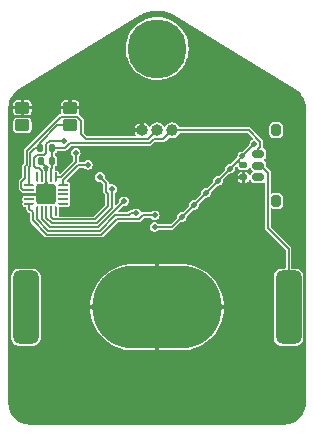
<source format=gbr>
%TF.GenerationSoftware,KiCad,Pcbnew,(5.99.0-11748-g24a41559ca)*%
%TF.CreationDate,2021-08-27T16:42:57+03:00*%
%TF.ProjectId,Flux Condenser,466c7578-2043-46f6-9e64-656e7365722e,3A*%
%TF.SameCoordinates,PX7bfa480PY6bc3e40*%
%TF.FileFunction,Copper,L2,Bot*%
%TF.FilePolarity,Positive*%
%FSLAX46Y46*%
G04 Gerber Fmt 4.6, Leading zero omitted, Abs format (unit mm)*
G04 Created by KiCad (PCBNEW (5.99.0-11748-g24a41559ca)) date 2021-08-27 16:42:57*
%MOMM*%
%LPD*%
G01*
G04 APERTURE LIST*
G04 Aperture macros list*
%AMRoundRect*
0 Rectangle with rounded corners*
0 $1 Rounding radius*
0 $2 $3 $4 $5 $6 $7 $8 $9 X,Y pos of 4 corners*
0 Add a 4 corners polygon primitive as box body*
4,1,4,$2,$3,$4,$5,$6,$7,$8,$9,$2,$3,0*
0 Add four circle primitives for the rounded corners*
1,1,$1+$1,$2,$3*
1,1,$1+$1,$4,$5*
1,1,$1+$1,$6,$7*
1,1,$1+$1,$8,$9*
0 Add four rect primitives between the rounded corners*
20,1,$1+$1,$2,$3,$4,$5,0*
20,1,$1+$1,$4,$5,$6,$7,0*
20,1,$1+$1,$6,$7,$8,$9,0*
20,1,$1+$1,$8,$9,$2,$3,0*%
%AMFreePoly0*
4,1,15,0.385355,0.085355,0.400000,0.050000,0.400000,0.000711,0.399705,0.000000,0.385355,-0.034644,0.334644,-0.085355,0.299289,-0.100000,-0.350000,-0.100000,-0.385355,-0.085355,-0.400000,-0.050000,-0.400000,0.050000,-0.385355,0.085355,-0.350000,0.100000,0.350000,0.100000,0.385355,0.085355,0.385355,0.085355,$1*%
%AMFreePoly1*
4,1,14,0.334644,0.085355,0.385355,0.034644,0.400000,-0.000711,0.400000,-0.050000,0.385355,-0.085355,0.350000,-0.100000,-0.350000,-0.100000,-0.385355,-0.085355,-0.400000,-0.050000,-0.400000,0.050000,-0.385355,0.085355,-0.350000,0.100000,0.299289,0.100000,0.334644,0.085355,0.334644,0.085355,$1*%
%AMFreePoly2*
4,1,14,0.085355,0.385355,0.100000,0.350000,0.100000,-0.350000,0.085355,-0.385355,0.050000,-0.400000,0.000711,-0.400000,-0.034644,-0.385355,-0.085355,-0.334644,-0.100000,-0.299289,-0.100000,0.350000,-0.085355,0.385355,-0.050000,0.400000,0.050000,0.400000,0.085355,0.385355,0.085355,0.385355,$1*%
%AMFreePoly3*
4,1,15,0.085355,0.385355,0.100000,0.350000,0.100000,-0.299289,0.099705,-0.300000,0.085355,-0.334644,0.034644,-0.385355,-0.000711,-0.400000,-0.050000,-0.400000,-0.085355,-0.385355,-0.100000,-0.350000,-0.100000,0.350000,-0.085355,0.385355,-0.050000,0.400000,0.050000,0.400000,0.085355,0.385355,0.085355,0.385355,$1*%
%AMFreePoly4*
4,1,14,0.385355,0.085355,0.400000,0.050000,0.400000,-0.050000,0.385355,-0.085355,0.350000,-0.100000,-0.350000,-0.100000,-0.385355,-0.085355,-0.400000,-0.050000,-0.400000,-0.000711,-0.385355,0.034644,-0.334644,0.085355,-0.299289,0.100000,0.350000,0.100000,0.385355,0.085355,0.385355,0.085355,$1*%
%AMFreePoly5*
4,1,14,0.385355,0.085355,0.400000,0.050000,0.400000,-0.050000,0.385355,-0.085355,0.350000,-0.100000,-0.299289,-0.100000,-0.334644,-0.085355,-0.385355,-0.034644,-0.400000,0.000711,-0.400000,0.050000,-0.385355,0.085355,-0.350000,0.100000,0.350000,0.100000,0.385355,0.085355,0.385355,0.085355,$1*%
%AMFreePoly6*
4,1,14,0.034644,0.385355,0.085355,0.334644,0.100000,0.299289,0.100000,-0.350000,0.085355,-0.385355,0.050000,-0.400000,-0.050000,-0.400000,-0.085355,-0.385355,-0.100000,-0.350000,-0.100000,0.350000,-0.085355,0.385355,-0.050000,0.400000,-0.000711,0.400000,0.034644,0.385355,0.034644,0.385355,$1*%
%AMFreePoly7*
4,1,14,0.085355,0.385355,0.100000,0.350000,0.100000,-0.350000,0.085355,-0.385355,0.050000,-0.400000,-0.050000,-0.400000,-0.085355,-0.385355,-0.100000,-0.350000,-0.100000,0.299289,-0.085355,0.334644,-0.034644,0.385355,0.000711,0.400000,0.050000,0.400000,0.085355,0.385355,0.085355,0.385355,$1*%
G04 Aperture macros list end*
%TA.AperFunction,ComponentPad*%
%ADD10C,0.800000*%
%TD*%
%TA.AperFunction,ComponentPad*%
%ADD11C,5.000000*%
%TD*%
%TA.AperFunction,SMDPad,CuDef*%
%ADD12RoundRect,0.550000X0.550000X2.550000X-0.550000X2.550000X-0.550000X-2.550000X0.550000X-2.550000X0*%
%TD*%
%TA.AperFunction,SMDPad,CuDef*%
%ADD13O,11.000000X7.000000*%
%TD*%
%TA.AperFunction,SMDPad,CuDef*%
%ADD14FreePoly0,270.000000*%
%TD*%
%TA.AperFunction,SMDPad,CuDef*%
%ADD15RoundRect,0.050000X-0.050000X0.350000X-0.050000X-0.350000X0.050000X-0.350000X0.050000X0.350000X0*%
%TD*%
%TA.AperFunction,SMDPad,CuDef*%
%ADD16FreePoly1,270.000000*%
%TD*%
%TA.AperFunction,SMDPad,CuDef*%
%ADD17FreePoly2,270.000000*%
%TD*%
%TA.AperFunction,SMDPad,CuDef*%
%ADD18RoundRect,0.050000X-0.350000X0.050000X-0.350000X-0.050000X0.350000X-0.050000X0.350000X0.050000X0*%
%TD*%
%TA.AperFunction,SMDPad,CuDef*%
%ADD19FreePoly3,270.000000*%
%TD*%
%TA.AperFunction,SMDPad,CuDef*%
%ADD20FreePoly4,270.000000*%
%TD*%
%TA.AperFunction,SMDPad,CuDef*%
%ADD21FreePoly5,270.000000*%
%TD*%
%TA.AperFunction,SMDPad,CuDef*%
%ADD22FreePoly6,270.000000*%
%TD*%
%TA.AperFunction,SMDPad,CuDef*%
%ADD23FreePoly7,270.000000*%
%TD*%
%TA.AperFunction,SMDPad,CuDef*%
%ADD24RoundRect,0.255000X-0.595000X0.595000X-0.595000X-0.595000X0.595000X-0.595000X0.595000X0.595000X0*%
%TD*%
%TA.AperFunction,SMDPad,CuDef*%
%ADD25RoundRect,0.250000X0.375000X0.250000X-0.375000X0.250000X-0.375000X-0.250000X0.375000X-0.250000X0*%
%TD*%
%TA.AperFunction,SMDPad,CuDef*%
%ADD26RoundRect,0.135000X-0.185000X0.135000X-0.185000X-0.135000X0.185000X-0.135000X0.185000X0.135000X0*%
%TD*%
%TA.AperFunction,SMDPad,CuDef*%
%ADD27RoundRect,0.200000X-0.200000X0.300000X-0.200000X-0.300000X0.200000X-0.300000X0.200000X0.300000X0*%
%TD*%
%TA.AperFunction,SMDPad,CuDef*%
%ADD28RoundRect,0.150000X-0.350000X0.150000X-0.350000X-0.150000X0.350000X-0.150000X0.350000X0.150000X0*%
%TD*%
%TA.AperFunction,SMDPad,CuDef*%
%ADD29RoundRect,0.135000X0.135000X0.185000X-0.135000X0.185000X-0.135000X-0.185000X0.135000X-0.185000X0*%
%TD*%
%TA.AperFunction,SMDPad,CuDef*%
%ADD30RoundRect,0.140000X0.140000X0.160000X-0.140000X0.160000X-0.140000X-0.160000X0.140000X-0.160000X0*%
%TD*%
%TA.AperFunction,SMDPad,CuDef*%
%ADD31C,1.000000*%
%TD*%
%TA.AperFunction,SMDPad,CuDef*%
%ADD32O,1.000000X1.000000*%
%TD*%
%TA.AperFunction,ViaPad*%
%ADD33C,0.500000*%
%TD*%
%TA.AperFunction,Conductor*%
%ADD34C,0.160000*%
%TD*%
G04 APERTURE END LIST*
D10*
%TO.P,REF\u002A\u002A,*%
%TO.N,*%
X14075825Y30674175D03*
X12750000Y33875000D03*
X11424175Y33325825D03*
X10875000Y32000000D03*
X11424175Y30674175D03*
X14075825Y33325825D03*
X14625000Y32000000D03*
D11*
X12750000Y32000000D03*
D10*
X12750000Y30125000D03*
%TD*%
D12*
%TO.P,BT1,1,+*%
%TO.N,Net-(BT1-Pad1)*%
X23875000Y10100000D03*
%TO.N,N/C*%
X1625000Y10100000D03*
D13*
%TO.P,BT1,2,-*%
%TO.N,GND*%
X12750000Y10100000D03*
%TD*%
D14*
%TO.P,U1,1,PA2*%
%TO.N,unconnected-(U1-Pad1)*%
X2560000Y21110000D03*
D15*
%TO.P,U1,2,PA3*%
%TO.N,LED1*%
X2960000Y21110000D03*
%TO.P,U1,3,GND*%
%TO.N,GND*%
X3360000Y21110000D03*
%TO.P,U1,4,VCC*%
%TO.N,VDD*%
X3760000Y21110000D03*
D16*
%TO.P,U1,5,PA4*%
%TO.N,LED2*%
X4160000Y21110000D03*
D17*
%TO.P,U1,6,PA5*%
%TO.N,LED3*%
X4810000Y20460000D03*
D18*
%TO.P,U1,7,PA6*%
%TO.N,unconnected-(U1-Pad7)*%
X4810000Y20060000D03*
%TO.P,U1,8,PA7*%
%TO.N,unconnected-(U1-Pad8)*%
X4810000Y19660000D03*
%TO.P,U1,9,PB5*%
%TO.N,unconnected-(U1-Pad9)*%
X4810000Y19260000D03*
D19*
%TO.P,U1,10,PB4*%
%TO.N,unconnected-(U1-Pad10)*%
X4810000Y18860000D03*
D20*
%TO.P,U1,11,PB3*%
%TO.N,unconnected-(U1-Pad11)*%
X4160000Y18210000D03*
D15*
%TO.P,U1,12,PB2*%
%TO.N,LED4*%
X3760000Y18210000D03*
%TO.P,U1,13,PB1*%
%TO.N,LED5*%
X3360000Y18210000D03*
%TO.P,U1,14,PB0*%
%TO.N,LED6*%
X2960000Y18210000D03*
D21*
%TO.P,U1,15,PC0*%
%TO.N,LED7*%
X2560000Y18210000D03*
D22*
%TO.P,U1,16,PC1*%
%TO.N,LED8*%
X1910000Y18860000D03*
D18*
%TO.P,U1,17,PC2*%
%TO.N,unconnected-(U1-Pad17)*%
X1910000Y19260000D03*
%TO.P,U1,18,PC3*%
%TO.N,GND*%
X1910000Y19660000D03*
%TO.P,U1,19,~RESET~/PA0*%
%TO.N,UPDI*%
X1910000Y20060000D03*
D23*
%TO.P,U1,20,PA1*%
%TO.N,BTN*%
X1910000Y20460000D03*
D24*
%TO.P,U1,21,GND*%
%TO.N,GND*%
X3360000Y19660000D03*
%TD*%
D25*
%TO.P,SW2,1,1*%
%TO.N,GND*%
X5385000Y27000000D03*
X1335000Y27000000D03*
%TO.P,SW2,2,2*%
%TO.N,BTN*%
X5385000Y25500000D03*
%TO.N,N/C*%
X1335000Y25500000D03*
%TD*%
D26*
%TO.P,R2,1*%
%TO.N,CLR*%
X20060000Y22110000D03*
%TO.P,R2,2*%
%TO.N,GND*%
X20060000Y21090000D03*
%TD*%
D27*
%TO.P,SW1,*%
%TO.N,*%
X22820000Y19100000D03*
X22820000Y25100000D03*
D28*
%TO.P,SW1,1,A*%
%TO.N,VDD*%
X21320000Y23100000D03*
%TO.P,SW1,2,B*%
%TO.N,Net-(BT1-Pad1)*%
X21320000Y22100000D03*
%TO.P,SW1,3,C*%
%TO.N,unconnected-(SW1-Pad3)*%
X21320000Y21100000D03*
%TD*%
D29*
%TO.P,R1,1*%
%TO.N,VDD*%
X3870000Y23580000D03*
%TO.P,R1,2*%
%TO.N,BTN*%
X2850000Y23580000D03*
%TD*%
D30*
%TO.P,C1,1*%
%TO.N,VDD*%
X3840000Y22460000D03*
%TO.P,C1,2*%
%TO.N,GND*%
X2880000Y22460000D03*
%TD*%
D31*
%TO.P,J1,1,VCC*%
%TO.N,VDD*%
X14020000Y25090000D03*
D32*
%TO.P,J1,2,UPDI*%
%TO.N,UPDI*%
X12750000Y25090000D03*
%TO.P,J1,3,GND*%
%TO.N,GND*%
X11480000Y25090000D03*
%TD*%
D33*
%TO.N,CLR*%
X12530000Y16910000D03*
X18933307Y21842553D03*
X16883307Y19792553D03*
X15858307Y18767553D03*
X17908307Y20817553D03*
X20983307Y23892553D03*
X19958307Y22867553D03*
X14833307Y17742553D03*
%TO.N,LED1*%
X4830000Y24210000D03*
%TO.N,LED2*%
X5854106Y23185000D03*
%TO.N,LED3*%
X6874106Y22160000D03*
%TO.N,LED4*%
X7899106Y21135000D03*
%TO.N,LED5*%
X8924106Y20110000D03*
%TO.N,LED6*%
X9949106Y19080000D03*
%TO.N,LED7*%
X10984106Y18055000D03*
%TO.N,LED8*%
X12547053Y17892947D03*
%TD*%
D34*
%TO.N,Net-(BT1-Pad1)*%
X23875000Y15050000D02*
X23875000Y10100000D01*
X22125000Y21501469D02*
X22125000Y16800000D01*
X21320000Y22100000D02*
X21526469Y22100000D01*
X21526469Y22100000D02*
X22125000Y21501469D01*
X22125000Y16800000D02*
X23875000Y15050000D01*
%TO.N,GND*%
X3360000Y21110000D02*
X3360000Y21980000D01*
X3360000Y21980000D02*
X2880000Y22460000D01*
%TO.N,VDD*%
X3760000Y21810000D02*
X3840000Y21890000D01*
X21320000Y23100000D02*
X21320000Y23504769D01*
X5375446Y24030969D02*
X4924477Y23580000D01*
X14020000Y25090000D02*
X13280489Y24350489D01*
X21320000Y23504769D02*
X21472818Y23657587D01*
X20510337Y25090000D02*
X14020000Y25090000D01*
X21472818Y23657587D02*
X21472818Y24127519D01*
X4924477Y23580000D02*
X3870000Y23580000D01*
X3840000Y21890000D02*
X3840000Y23550000D01*
X3760000Y21110000D02*
X3760000Y21810000D01*
X12142839Y24030969D02*
X5375446Y24030969D01*
X12462359Y24350489D02*
X12142839Y24030969D01*
X3840000Y23550000D02*
X3870000Y23580000D01*
X13280489Y24350489D02*
X12462359Y24350489D01*
X21472818Y24127519D02*
X20510337Y25090000D01*
%TO.N,CLR*%
X19958307Y22867553D02*
X19605377Y22514623D01*
X20983307Y23892553D02*
X19958307Y22867553D01*
X20060000Y22110000D02*
X20010000Y22110000D01*
X20010000Y22110000D02*
X19605377Y22514623D01*
X14833307Y17742553D02*
X14000754Y16910000D01*
X14000754Y16910000D02*
X12530000Y16910000D01*
X19605377Y22514623D02*
X14833307Y17742553D01*
%TO.N,LED1*%
X2335000Y22758792D02*
X2335000Y22060000D01*
X2535000Y21860000D02*
X2730000Y21860000D01*
X3360000Y23175248D02*
X3194752Y23010000D01*
X2960000Y21630000D02*
X2960000Y21110000D01*
X2730000Y21860000D02*
X2960000Y21630000D01*
X2586208Y23010000D02*
X2335000Y22758792D01*
X3360000Y23926722D02*
X3643278Y24210000D01*
X3643278Y24210000D02*
X4830000Y24210000D01*
X3194752Y23010000D02*
X2586208Y23010000D01*
X3360000Y23175248D02*
X3360000Y23926722D01*
X2335000Y22060000D02*
X2535000Y21860000D01*
%TO.N,LED2*%
X5854106Y22374106D02*
X5854106Y23185000D01*
X4160000Y21110000D02*
X4590000Y21110000D01*
X4590000Y21110000D02*
X5854106Y22374106D01*
%TO.N,LED3*%
X4810000Y20878130D02*
X6091870Y22160000D01*
X4810000Y20460000D02*
X4810000Y20878130D01*
X6091870Y22160000D02*
X6874106Y22160000D01*
%TO.N,LED4*%
X3760000Y17711870D02*
X3760000Y18210000D01*
X3941870Y17530000D02*
X3760000Y17711870D01*
X7899106Y21135000D02*
X8434595Y20599511D01*
X8604586Y18639220D02*
X7495366Y17530000D01*
X8604586Y19705043D02*
X8604586Y18639220D01*
X8434595Y20599511D02*
X8434595Y19875034D01*
X7495366Y17530000D02*
X3941870Y17530000D01*
X8434595Y19875034D02*
X8604586Y19705043D01*
%TO.N,LED5*%
X8924106Y18506870D02*
X8924106Y20110000D01*
X7627716Y17210480D02*
X8924106Y18506870D01*
X3360000Y17660000D02*
X3809521Y17210480D01*
X3809521Y17210480D02*
X7627716Y17210480D01*
X3360000Y18210000D02*
X3360000Y17660000D01*
%TO.N,LED6*%
X2960000Y18210000D02*
X2960000Y17608131D01*
X7760066Y16890960D02*
X9949106Y19080000D01*
X2960000Y17608131D02*
X3677172Y16890960D01*
X3677172Y16890960D02*
X7760066Y16890960D01*
%TO.N,LED7*%
X2560000Y17556262D02*
X3544823Y16571440D01*
X7892416Y16571440D02*
X9205986Y17885009D01*
X10510000Y18055000D02*
X10984106Y18055000D01*
X9205986Y17885009D02*
X10340009Y17885009D01*
X3544823Y16571440D02*
X7892416Y16571440D01*
X2560000Y18210000D02*
X2560000Y17556262D01*
X10340009Y17885009D02*
X10510000Y18055000D01*
%TO.N,LED8*%
X2200000Y17464394D02*
X3412474Y16251920D01*
X2200000Y18170000D02*
X2200000Y17464394D01*
X8024766Y16251920D02*
X9338335Y17565489D01*
X3412474Y16251920D02*
X8024766Y16251920D01*
X1910000Y18860000D02*
X1910000Y18460000D01*
X1910000Y18460000D02*
X2200000Y18170000D01*
X11522947Y17892947D02*
X12547053Y17892947D01*
X9338335Y17565489D02*
X11195489Y17565489D01*
X11195489Y17565489D02*
X11522947Y17892947D01*
%TO.N,UPDI*%
X1590480Y21040480D02*
X1265480Y20715480D01*
X6704511Y24350489D02*
X6320000Y24735000D01*
X1265480Y20715480D02*
X1265480Y20194520D01*
X12750000Y25090000D02*
X12010489Y24350489D01*
X4594520Y26239520D02*
X4174520Y25819520D01*
X5980480Y26239520D02*
X4594520Y26239520D01*
X1400000Y20060000D02*
X1910000Y20060000D01*
X4174520Y25819520D02*
X4174520Y25816390D01*
X1695960Y23337830D02*
X1695960Y22177830D01*
X12010489Y24350489D02*
X6704511Y24350489D01*
X1695960Y22177830D02*
X1590480Y22072349D01*
X1590480Y22072349D02*
X1590480Y21040480D01*
X4174520Y25816390D02*
X1695960Y23337830D01*
X6320000Y25900000D02*
X5980480Y26239520D01*
X6320000Y24735000D02*
X6320000Y25900000D01*
X1265480Y20194520D02*
X1400000Y20060000D01*
%TO.N,BTN*%
X4310000Y25500000D02*
X5385000Y25500000D01*
X2015480Y22045480D02*
X1910000Y21940000D01*
X2850000Y23580000D02*
X2450000Y23580000D01*
X2015480Y23145480D02*
X2015480Y22045480D01*
X1910000Y21940000D02*
X1910000Y20460000D01*
X2850000Y24040000D02*
X4310000Y25500000D01*
X2450000Y23580000D02*
X2015480Y23145480D01*
X2850000Y23580000D02*
X2850000Y24040000D01*
%TD*%
%TA.AperFunction,Conductor*%
%TO.N,GND*%
G36*
X12918527Y35189443D02*
G01*
X13237626Y35156449D01*
X13245665Y35155197D01*
X13559689Y35089556D01*
X13567557Y35087483D01*
X13873156Y34989895D01*
X13880769Y34987024D01*
X14154711Y34867265D01*
X14162268Y34862623D01*
X14169486Y34858998D01*
X14176349Y34853338D01*
X14184990Y34851213D01*
X14191155Y34848117D01*
X14196913Y34844918D01*
X19459831Y31626813D01*
X24409176Y28600448D01*
X24422260Y28590433D01*
X24430584Y28582557D01*
X24439059Y28579850D01*
X24446719Y28575326D01*
X24446661Y28575229D01*
X24453898Y28571706D01*
X24626223Y28454654D01*
X24634313Y28448354D01*
X24805139Y28296537D01*
X24812345Y28289243D01*
X24962074Y28116574D01*
X24968275Y28108407D01*
X25094374Y27917807D01*
X25099465Y27908907D01*
X25199820Y27703570D01*
X25203715Y27694085D01*
X25276630Y27477479D01*
X25279263Y27467569D01*
X25323507Y27243355D01*
X25324835Y27233188D01*
X25338327Y27025724D01*
X25337692Y27017851D01*
X25337894Y27017851D01*
X25337878Y27008956D01*
X25335885Y27000286D01*
X25337848Y26991611D01*
X25337848Y26991610D01*
X25338052Y26990710D01*
X25340000Y26973274D01*
X25340000Y2027148D01*
X25337990Y2009443D01*
X25337955Y2009290D01*
X25335885Y2000286D01*
X25337849Y1991608D01*
X25337833Y1982715D01*
X25337710Y1982715D01*
X25338341Y1974694D01*
X25324598Y1764998D01*
X25323250Y1754759D01*
X25284129Y1558083D01*
X25278315Y1528856D01*
X25275640Y1518874D01*
X25201601Y1300762D01*
X25197647Y1291215D01*
X25095776Y1084642D01*
X25090609Y1075693D01*
X24962648Y884187D01*
X24956357Y875989D01*
X24804490Y702817D01*
X24797183Y695510D01*
X24624011Y543643D01*
X24615813Y537352D01*
X24424307Y409391D01*
X24415358Y404224D01*
X24208785Y302353D01*
X24199238Y298399D01*
X23981126Y224360D01*
X23971143Y221685D01*
X23745241Y176750D01*
X23735010Y175403D01*
X23525716Y161685D01*
X23517852Y162318D01*
X23517852Y162105D01*
X23508959Y162121D01*
X23500286Y164115D01*
X23490984Y162010D01*
X23490710Y161948D01*
X23473274Y160000D01*
X2027148Y160000D01*
X2009443Y162010D01*
X2008958Y162121D01*
X2008957Y162121D01*
X2000286Y164115D01*
X1991608Y162151D01*
X1982715Y162167D01*
X1982715Y162290D01*
X1974694Y161659D01*
X1943471Y163705D01*
X1764992Y175403D01*
X1754759Y176750D01*
X1528857Y221685D01*
X1518874Y224360D01*
X1300762Y298399D01*
X1291215Y302353D01*
X1084642Y404224D01*
X1075693Y409391D01*
X884187Y537352D01*
X875989Y543643D01*
X702817Y695510D01*
X695510Y702817D01*
X543643Y875989D01*
X537352Y884187D01*
X409391Y1075693D01*
X404224Y1084642D01*
X302353Y1291215D01*
X298399Y1300762D01*
X224360Y1518874D01*
X221685Y1528856D01*
X215871Y1558083D01*
X176750Y1754759D01*
X175402Y1764997D01*
X161685Y1974282D01*
X162318Y1982148D01*
X162105Y1982148D01*
X162121Y1991041D01*
X164115Y1999714D01*
X161948Y2009291D01*
X160000Y2026726D01*
X160000Y12706786D01*
X364500Y12706786D01*
X364500Y7493214D01*
X371267Y7419571D01*
X422692Y7255472D01*
X511776Y7108376D01*
X633376Y6986776D01*
X637447Y6984310D01*
X637449Y6984309D01*
X731869Y6927127D01*
X780472Y6897692D01*
X944571Y6846267D01*
X948739Y6845884D01*
X1016426Y6839664D01*
X1016432Y6839664D01*
X1018214Y6839500D01*
X2231786Y6839500D01*
X2233568Y6839664D01*
X2233574Y6839664D01*
X2301261Y6845884D01*
X2305429Y6846267D01*
X2469528Y6897692D01*
X2518131Y6927127D01*
X2612551Y6984309D01*
X2612553Y6984310D01*
X2616624Y6986776D01*
X2738224Y7108376D01*
X2827308Y7255472D01*
X2878733Y7419571D01*
X2885500Y7493214D01*
X2885500Y9941264D01*
X7093296Y9941264D01*
X7104945Y9718974D01*
X7105380Y9714845D01*
X7164743Y9340043D01*
X7165602Y9336003D01*
X7263820Y8969446D01*
X7265097Y8965514D01*
X7401095Y8611228D01*
X7402771Y8607464D01*
X7575057Y8269334D01*
X7577127Y8265748D01*
X7783808Y7947488D01*
X7786232Y7944151D01*
X8025049Y7649237D01*
X8027832Y7646146D01*
X8296146Y7377832D01*
X8299237Y7375049D01*
X8594151Y7136232D01*
X8597488Y7133808D01*
X8915748Y6927127D01*
X8919334Y6925057D01*
X9257464Y6752771D01*
X9261228Y6751095D01*
X9615514Y6615097D01*
X9619446Y6613820D01*
X9986003Y6515602D01*
X9990043Y6514743D01*
X10364845Y6455380D01*
X10368974Y6454945D01*
X10653131Y6440054D01*
X10655183Y6440000D01*
X12586070Y6440000D01*
X12596741Y6443884D01*
X12600000Y6449528D01*
X12600000Y9936070D01*
X12598398Y9940472D01*
X12900000Y9940472D01*
X12900000Y6453930D01*
X12903884Y6443259D01*
X12909528Y6440000D01*
X14844817Y6440000D01*
X14846869Y6440054D01*
X15131026Y6454945D01*
X15135155Y6455380D01*
X15509957Y6514743D01*
X15513997Y6515602D01*
X15880554Y6613820D01*
X15884486Y6615097D01*
X16238772Y6751095D01*
X16242536Y6752771D01*
X16580666Y6925057D01*
X16584252Y6927127D01*
X16902512Y7133808D01*
X16905849Y7136232D01*
X17200763Y7375049D01*
X17203854Y7377832D01*
X17472168Y7646146D01*
X17474951Y7649237D01*
X17713763Y7944145D01*
X17716193Y7947489D01*
X17922879Y8265758D01*
X17924940Y8269326D01*
X18097229Y8607464D01*
X18098905Y8611228D01*
X18234903Y8965514D01*
X18236180Y8969446D01*
X18334398Y9336003D01*
X18335257Y9340043D01*
X18394620Y9714845D01*
X18395055Y9718974D01*
X18406433Y9936090D01*
X18403113Y9946948D01*
X18398413Y9950000D01*
X12913930Y9950000D01*
X12903259Y9946116D01*
X12900000Y9940472D01*
X12598398Y9940472D01*
X12596116Y9946741D01*
X12590472Y9950000D01*
X7106768Y9950000D01*
X7096097Y9946116D01*
X7093296Y9941264D01*
X2885500Y9941264D01*
X2885500Y10263910D01*
X7093567Y10263910D01*
X7096887Y10253052D01*
X7101587Y10250000D01*
X12586070Y10250000D01*
X12596741Y10253884D01*
X12600000Y10259528D01*
X12600000Y13746070D01*
X12598398Y13750472D01*
X12900000Y13750472D01*
X12900000Y10263930D01*
X12903884Y10253259D01*
X12909528Y10250000D01*
X18393232Y10250000D01*
X18403903Y10253884D01*
X18406704Y10258736D01*
X18395055Y10481026D01*
X18394620Y10485155D01*
X18335257Y10859957D01*
X18334398Y10863997D01*
X18236180Y11230554D01*
X18234903Y11234486D01*
X18098905Y11588772D01*
X18097229Y11592536D01*
X17924943Y11930666D01*
X17922873Y11934252D01*
X17716192Y12252512D01*
X17713768Y12255849D01*
X17474951Y12550763D01*
X17472168Y12553854D01*
X17203854Y12822168D01*
X17200763Y12824951D01*
X16905849Y13063768D01*
X16902512Y13066192D01*
X16584252Y13272873D01*
X16580666Y13274943D01*
X16242536Y13447229D01*
X16238772Y13448905D01*
X15884486Y13584903D01*
X15880554Y13586180D01*
X15513997Y13684398D01*
X15509957Y13685257D01*
X15135155Y13744620D01*
X15131026Y13745055D01*
X14846869Y13759946D01*
X14844816Y13760000D01*
X12913930Y13760000D01*
X12903259Y13756116D01*
X12900000Y13750472D01*
X12598398Y13750472D01*
X12596116Y13756741D01*
X12590472Y13760000D01*
X10655184Y13760000D01*
X10653131Y13759946D01*
X10368974Y13745055D01*
X10364845Y13744620D01*
X9990043Y13685257D01*
X9986003Y13684398D01*
X9619446Y13586180D01*
X9615514Y13584903D01*
X9261228Y13448905D01*
X9257464Y13447229D01*
X8919334Y13274943D01*
X8915748Y13272873D01*
X8597488Y13066192D01*
X8594151Y13063768D01*
X8299237Y12824951D01*
X8296146Y12822168D01*
X8027832Y12553854D01*
X8025049Y12550763D01*
X7786237Y12255855D01*
X7783807Y12252511D01*
X7577121Y11934242D01*
X7575060Y11930674D01*
X7402771Y11592536D01*
X7401095Y11588772D01*
X7265097Y11234486D01*
X7263820Y11230554D01*
X7165602Y10863997D01*
X7164743Y10859957D01*
X7105380Y10485155D01*
X7104945Y10481026D01*
X7093567Y10263910D01*
X2885500Y10263910D01*
X2885500Y12706786D01*
X2878733Y12780429D01*
X2827308Y12944528D01*
X2738224Y13091624D01*
X2616624Y13213224D01*
X2612553Y13215690D01*
X2612551Y13215691D01*
X2473600Y13299842D01*
X2469528Y13302308D01*
X2305429Y13353733D01*
X2301261Y13354116D01*
X2233574Y13360336D01*
X2233568Y13360336D01*
X2231786Y13360500D01*
X1018214Y13360500D01*
X1016432Y13360336D01*
X1016426Y13360336D01*
X948739Y13354116D01*
X944571Y13353733D01*
X780472Y13302308D01*
X776400Y13299842D01*
X637449Y13215691D01*
X637447Y13215690D01*
X633376Y13213224D01*
X511776Y13091624D01*
X422692Y12944528D01*
X371267Y12780429D01*
X364500Y12706786D01*
X160000Y12706786D01*
X160000Y20702612D01*
X1019944Y20702612D01*
X1022254Y20693993D01*
X1022288Y20693864D01*
X1024980Y20673417D01*
X1024980Y20202895D01*
X1024872Y20198760D01*
X1024125Y20184501D01*
X1022634Y20156058D01*
X1031945Y20131802D01*
X1035461Y20119933D01*
X1040864Y20094514D01*
X1046186Y20087190D01*
X1056031Y20069057D01*
X1059274Y20060608D01*
X1077638Y20042244D01*
X1085685Y20032824D01*
X1100959Y20011801D01*
X1108809Y20007269D01*
X1125166Y19994716D01*
X1224012Y19895870D01*
X1226860Y19892870D01*
X1255479Y19861085D01*
X1263065Y19857708D01*
X1263067Y19857706D01*
X1279206Y19850521D01*
X1290100Y19844606D01*
X1304920Y19834982D01*
X1304922Y19834981D01*
X1311887Y19830458D01*
X1312578Y19830348D01*
X1349873Y19797927D01*
X1358859Y19771645D01*
X1360276Y19762438D01*
X1363023Y19760029D01*
X1363178Y19760000D01*
X2296070Y19760000D01*
X2306741Y19763884D01*
X2310561Y19770500D01*
X2351958Y19805236D01*
X2378977Y19810000D01*
X3196070Y19810000D01*
X3206741Y19813884D01*
X3210000Y19819528D01*
X3210000Y20641555D01*
X3228482Y20692335D01*
X3255034Y20710926D01*
X3260000Y20719528D01*
X3260000Y21650238D01*
X3256116Y21660909D01*
X3235645Y21672728D01*
X3212749Y21680778D01*
X3191795Y21715223D01*
X3189719Y21714299D01*
X3186343Y21721881D01*
X3184616Y21730006D01*
X3179294Y21737330D01*
X3169449Y21755463D01*
X3169181Y21756162D01*
X3169180Y21756163D01*
X3166206Y21763912D01*
X3147842Y21782276D01*
X3139795Y21791696D01*
X3124521Y21812719D01*
X3116671Y21817251D01*
X3100314Y21829804D01*
X3057625Y21872493D01*
X3034787Y21921469D01*
X3048773Y21973667D01*
X3092545Y22004528D01*
X3096145Y22005518D01*
X3186198Y22045517D01*
X3198019Y22053642D01*
X3266670Y22122413D01*
X3274771Y22134244D01*
X3287489Y22163012D01*
X3324926Y22201983D01*
X3378654Y22207772D01*
X3423534Y22177671D01*
X3431941Y22163138D01*
X3441667Y22141243D01*
X3448061Y22126847D01*
X3527287Y22047759D01*
X3531935Y22045704D01*
X3562703Y22002727D01*
X3558783Y21949351D01*
X3550521Y21930794D01*
X3544606Y21919900D01*
X3534981Y21905079D01*
X3534980Y21905076D01*
X3530458Y21898113D01*
X3529159Y21889912D01*
X3529041Y21889168D01*
X3523185Y21869397D01*
X3519500Y21861120D01*
X3519500Y21835143D01*
X3518527Y21822785D01*
X3515869Y21806002D01*
X3514464Y21797132D01*
X3516614Y21789110D01*
X3516808Y21788384D01*
X3519500Y21767937D01*
X3519500Y21736278D01*
X3501018Y21685498D01*
X3469466Y21667738D01*
X3460029Y21656977D01*
X3460000Y21656822D01*
X3460000Y20723930D01*
X3463884Y20713259D01*
X3470500Y20709439D01*
X3505236Y20668042D01*
X3510000Y20641023D01*
X3510000Y19589000D01*
X3491518Y19538220D01*
X3444718Y19511200D01*
X3431000Y19510000D01*
X2378445Y19510000D01*
X2327665Y19528482D01*
X2309074Y19555034D01*
X2300472Y19560000D01*
X1369762Y19560000D01*
X1359091Y19556116D01*
X1357263Y19552950D01*
X1357265Y19552796D01*
X1360665Y19535699D01*
X1366509Y19521591D01*
X1378034Y19504343D01*
X1390880Y19451852D01*
X1378035Y19416561D01*
X1377733Y19416109D01*
X1361713Y19392133D01*
X1360196Y19384506D01*
X1360195Y19384504D01*
X1358690Y19376936D01*
X1349500Y19330733D01*
X1349501Y19189268D01*
X1361713Y19127867D01*
X1375883Y19106661D01*
X1388727Y19054172D01*
X1375882Y19018882D01*
X1372702Y19014123D01*
X1372700Y19014119D01*
X1370543Y19010891D01*
X1354692Y18972622D01*
X1353937Y18968824D01*
X1353935Y18968819D01*
X1349402Y18946029D01*
X1342236Y18910003D01*
X1343754Y18902371D01*
X1344838Y18896921D01*
X1346356Y18881510D01*
X1346356Y18838496D01*
X1344838Y18823084D01*
X1342236Y18810002D01*
X1354692Y18747378D01*
X1370543Y18709109D01*
X1383262Y18690074D01*
X1399778Y18665356D01*
X1406019Y18656015D01*
X1412491Y18651691D01*
X1455884Y18622698D01*
X1455887Y18622696D01*
X1459110Y18620543D01*
X1462689Y18619060D01*
X1462692Y18619059D01*
X1484129Y18610180D01*
X1487432Y18608812D01*
X1497379Y18604692D01*
X1501177Y18603936D01*
X1501182Y18603935D01*
X1552366Y18593754D01*
X1559997Y18592236D01*
X1567629Y18593754D01*
X1573079Y18594838D01*
X1588490Y18596356D01*
X1590500Y18596356D01*
X1641280Y18577874D01*
X1668300Y18531074D01*
X1669500Y18517356D01*
X1669500Y18468375D01*
X1669392Y18464240D01*
X1667897Y18435710D01*
X1667154Y18421538D01*
X1676465Y18397282D01*
X1679981Y18385413D01*
X1685384Y18359994D01*
X1690706Y18352670D01*
X1700551Y18334537D01*
X1703794Y18326088D01*
X1722158Y18307724D01*
X1730205Y18298304D01*
X1745479Y18277281D01*
X1753329Y18272749D01*
X1769686Y18260196D01*
X1936361Y18093521D01*
X1959199Y18044545D01*
X1959500Y18037660D01*
X1959500Y17472769D01*
X1959392Y17468635D01*
X1957154Y17425932D01*
X1966465Y17401676D01*
X1969981Y17389807D01*
X1975384Y17364388D01*
X1980706Y17357064D01*
X1990551Y17338931D01*
X1993794Y17330482D01*
X2012158Y17312118D01*
X2020205Y17302698D01*
X2035479Y17281675D01*
X2043329Y17277143D01*
X2059686Y17264590D01*
X3236486Y16087790D01*
X3239334Y16084790D01*
X3267953Y16053005D01*
X3275539Y16049628D01*
X3275541Y16049626D01*
X3291680Y16042441D01*
X3302574Y16036526D01*
X3317395Y16026901D01*
X3317398Y16026900D01*
X3324361Y16022378D01*
X3332562Y16021079D01*
X3333306Y16020961D01*
X3353077Y16015105D01*
X3361354Y16011420D01*
X3387331Y16011420D01*
X3399689Y16010447D01*
X3417138Y16007683D01*
X3417140Y16007683D01*
X3425342Y16006384D01*
X3434089Y16008728D01*
X3454537Y16011420D01*
X8016391Y16011420D01*
X8020526Y16011312D01*
X8054938Y16009508D01*
X8054940Y16009508D01*
X8063228Y16009074D01*
X8087484Y16018385D01*
X8099353Y16021901D01*
X8124772Y16027304D01*
X8132096Y16032626D01*
X8150229Y16042471D01*
X8150928Y16042739D01*
X8150929Y16042740D01*
X8158678Y16045714D01*
X8177042Y16064078D01*
X8186462Y16072125D01*
X8207485Y16087399D01*
X8212017Y16095249D01*
X8224570Y16111606D01*
X9414814Y17301850D01*
X9463790Y17324688D01*
X9470675Y17324989D01*
X11187114Y17324989D01*
X11191249Y17324881D01*
X11225661Y17323077D01*
X11225663Y17323077D01*
X11233951Y17322643D01*
X11258207Y17331954D01*
X11270076Y17335470D01*
X11295495Y17340873D01*
X11302819Y17346195D01*
X11320952Y17356040D01*
X11321651Y17356308D01*
X11321652Y17356309D01*
X11329401Y17359283D01*
X11347765Y17377647D01*
X11357185Y17385694D01*
X11378208Y17400968D01*
X11382737Y17408813D01*
X11395291Y17425173D01*
X11599428Y17629309D01*
X11648404Y17652146D01*
X11655289Y17652447D01*
X12174296Y17652447D01*
X12225076Y17633965D01*
X12230156Y17629309D01*
X12302759Y17556706D01*
X12418620Y17497672D01*
X12424759Y17496700D01*
X12424761Y17496699D01*
X12524823Y17480851D01*
X12541193Y17471778D01*
X12552230Y17478150D01*
X12669345Y17496699D01*
X12669347Y17496700D01*
X12675486Y17497672D01*
X12791347Y17556706D01*
X12883294Y17648653D01*
X12942328Y17764514D01*
X12946204Y17788982D01*
X12961697Y17886804D01*
X12962670Y17892947D01*
X12942328Y18021380D01*
X12899147Y18106127D01*
X12886117Y18131701D01*
X12886116Y18131702D01*
X12883294Y18137241D01*
X12791347Y18229188D01*
X12780363Y18234785D01*
X12714821Y18268180D01*
X12675486Y18288222D01*
X12669347Y18289194D01*
X12669345Y18289195D01*
X12553196Y18307591D01*
X12547053Y18308564D01*
X12540910Y18307591D01*
X12424761Y18289195D01*
X12424759Y18289194D01*
X12418620Y18288222D01*
X12379285Y18268180D01*
X12313744Y18234785D01*
X12302759Y18229188D01*
X12230157Y18156586D01*
X12181181Y18133748D01*
X12174296Y18133447D01*
X11531322Y18133447D01*
X11527187Y18133555D01*
X11492774Y18135359D01*
X11492772Y18135359D01*
X11484485Y18135793D01*
X11476736Y18132819D01*
X11468532Y18131519D01*
X11468067Y18134453D01*
X11427578Y18133746D01*
X11385582Y18167754D01*
X11379884Y18180258D01*
X11379381Y18183433D01*
X11364658Y18212330D01*
X11323170Y18293754D01*
X11323169Y18293755D01*
X11320347Y18299294D01*
X11228400Y18391241D01*
X11112539Y18450275D01*
X11106400Y18451247D01*
X11106398Y18451248D01*
X10990249Y18469644D01*
X10984106Y18470617D01*
X10977963Y18469644D01*
X10861814Y18451248D01*
X10861812Y18451247D01*
X10855673Y18450275D01*
X10739812Y18391241D01*
X10667210Y18318639D01*
X10618234Y18295801D01*
X10611349Y18295500D01*
X10518375Y18295500D01*
X10514240Y18295608D01*
X10479827Y18297412D01*
X10479825Y18297412D01*
X10471538Y18297846D01*
X10463788Y18294871D01*
X10463787Y18294871D01*
X10447288Y18288538D01*
X10435403Y18285017D01*
X10430610Y18283998D01*
X10409994Y18279616D01*
X10403276Y18274735D01*
X10403274Y18274734D01*
X10402664Y18274291D01*
X10384544Y18264453D01*
X10376088Y18261207D01*
X10370218Y18255336D01*
X10370217Y18255336D01*
X10357720Y18242838D01*
X10348292Y18234786D01*
X10327281Y18219521D01*
X10323131Y18212334D01*
X10323128Y18212330D01*
X10322751Y18211676D01*
X10310198Y18195317D01*
X10282636Y18167754D01*
X10263530Y18148648D01*
X10214554Y18125810D01*
X10207668Y18125509D01*
X9525455Y18125509D01*
X9474675Y18143991D01*
X9447655Y18190791D01*
X9457039Y18244009D01*
X9469594Y18260370D01*
X9855467Y18646243D01*
X9904443Y18669081D01*
X9923686Y18668409D01*
X9942963Y18665356D01*
X9949106Y18664383D01*
X9955249Y18665356D01*
X10071398Y18683752D01*
X10071400Y18683753D01*
X10077539Y18684725D01*
X10193400Y18743759D01*
X10285347Y18835706D01*
X10308643Y18881426D01*
X10319314Y18902371D01*
X10344381Y18951567D01*
X10347114Y18968819D01*
X10363750Y19073857D01*
X10364723Y19080000D01*
X10358166Y19121400D01*
X10345354Y19202292D01*
X10345353Y19202294D01*
X10344381Y19208433D01*
X10285347Y19324294D01*
X10193400Y19416241D01*
X10158209Y19434172D01*
X10123509Y19451852D01*
X10077539Y19475275D01*
X10071400Y19476247D01*
X10071398Y19476248D01*
X9955249Y19494644D01*
X9949106Y19495617D01*
X9942963Y19494644D01*
X9826814Y19476248D01*
X9826812Y19476247D01*
X9820673Y19475275D01*
X9774703Y19451852D01*
X9740004Y19434172D01*
X9704812Y19416241D01*
X9612865Y19324294D01*
X9553831Y19208433D01*
X9552859Y19202294D01*
X9552858Y19202292D01*
X9540046Y19121400D01*
X9533489Y19080000D01*
X9534462Y19073857D01*
X9537515Y19054580D01*
X9527204Y19001534D01*
X9515349Y18986361D01*
X9299467Y18770479D01*
X9250491Y18747641D01*
X9198293Y18761627D01*
X9167298Y18805893D01*
X9164606Y18826340D01*
X9164606Y19737243D01*
X9183088Y19788023D01*
X9187745Y19793104D01*
X9260347Y19865706D01*
X9268311Y19881335D01*
X9316559Y19976029D01*
X9319381Y19981567D01*
X9328992Y20042244D01*
X9338750Y20103857D01*
X9339723Y20110000D01*
X9325010Y20202895D01*
X9320354Y20232292D01*
X9320353Y20232294D01*
X9319381Y20238433D01*
X9263871Y20347378D01*
X9263170Y20348754D01*
X9263169Y20348755D01*
X9260347Y20354294D01*
X9168400Y20446241D01*
X9127327Y20467169D01*
X9099192Y20481504D01*
X9052539Y20505275D01*
X9046400Y20506247D01*
X9046398Y20506248D01*
X8930249Y20524644D01*
X8924106Y20525617D01*
X8917963Y20524644D01*
X8801814Y20506248D01*
X8801812Y20506247D01*
X8795673Y20505275D01*
X8790137Y20502454D01*
X8790133Y20502453D01*
X8789961Y20502365D01*
X8789804Y20502346D01*
X8784218Y20500531D01*
X8783865Y20501617D01*
X8736325Y20495779D01*
X8691003Y20525210D01*
X8675095Y20572754D01*
X8675095Y20591136D01*
X8675203Y20595271D01*
X8677007Y20629684D01*
X8677007Y20629686D01*
X8677441Y20637973D01*
X8674466Y20645724D01*
X8668133Y20662223D01*
X8664612Y20674108D01*
X8662548Y20683818D01*
X8659211Y20699517D01*
X8654329Y20706237D01*
X8653886Y20706847D01*
X8644048Y20724967D01*
X8643779Y20725668D01*
X8643778Y20725669D01*
X8640802Y20733423D01*
X8622434Y20751791D01*
X8614383Y20761217D01*
X8603997Y20775512D01*
X8599116Y20782230D01*
X8591929Y20786380D01*
X8591925Y20786383D01*
X8591271Y20786760D01*
X8574912Y20799313D01*
X8460709Y20913516D01*
X8332863Y21041361D01*
X8310025Y21090338D01*
X8310697Y21109581D01*
X8313750Y21128857D01*
X8314723Y21135000D01*
X8300809Y21222847D01*
X8295354Y21257292D01*
X8295353Y21257294D01*
X8294381Y21263433D01*
X8235347Y21379294D01*
X8143400Y21471241D01*
X8135452Y21475291D01*
X8066697Y21510323D01*
X8027539Y21530275D01*
X8021400Y21531247D01*
X8021398Y21531248D01*
X7905249Y21549644D01*
X7899106Y21550617D01*
X7892963Y21549644D01*
X7776814Y21531248D01*
X7776812Y21531247D01*
X7770673Y21530275D01*
X7731515Y21510323D01*
X7662761Y21475291D01*
X7654812Y21471241D01*
X7562865Y21379294D01*
X7503831Y21263433D01*
X7502859Y21257294D01*
X7502858Y21257292D01*
X7497403Y21222847D01*
X7483489Y21135000D01*
X7503831Y21006567D01*
X7506653Y21001029D01*
X7556157Y20903872D01*
X7562865Y20890706D01*
X7654812Y20798759D01*
X7660351Y20795937D01*
X7660352Y20795936D01*
X7694549Y20778512D01*
X7770673Y20739725D01*
X7776812Y20738753D01*
X7776814Y20738752D01*
X7892963Y20720356D01*
X7899106Y20719383D01*
X7905249Y20720356D01*
X7924525Y20723409D01*
X7977571Y20713098D01*
X7992744Y20701243D01*
X8170957Y20523030D01*
X8193794Y20474054D01*
X8194095Y20467169D01*
X8194095Y19883409D01*
X8193987Y19879274D01*
X8192857Y19857706D01*
X8191749Y19836572D01*
X8201060Y19812316D01*
X8204576Y19800447D01*
X8209979Y19775028D01*
X8215301Y19767704D01*
X8225146Y19749571D01*
X8228389Y19741122D01*
X8234260Y19735251D01*
X8246756Y19722754D01*
X8254804Y19713331D01*
X8270074Y19692315D01*
X8277922Y19687784D01*
X8294279Y19675231D01*
X8340947Y19628563D01*
X8363785Y19579587D01*
X8364086Y19572702D01*
X8364086Y18771561D01*
X8345604Y18720781D01*
X8340947Y18715700D01*
X7418887Y17793639D01*
X7369911Y17770801D01*
X7363026Y17770500D01*
X4505246Y17770500D01*
X4454466Y17788982D01*
X4427446Y17835782D01*
X4426246Y17849500D01*
X4426246Y17852366D01*
X4427764Y17859997D01*
X4425162Y17873079D01*
X4423644Y17888490D01*
X4423644Y18480794D01*
X4425162Y18496207D01*
X4426246Y18501656D01*
X4427764Y18509287D01*
X4426524Y18515519D01*
X4444728Y18565534D01*
X4491528Y18592554D01*
X4503743Y18593623D01*
X4510714Y18592236D01*
X4523795Y18594838D01*
X4539207Y18596356D01*
X5131504Y18596356D01*
X5146916Y18594838D01*
X5152366Y18593754D01*
X5152367Y18593754D01*
X5159998Y18592236D01*
X5222622Y18604692D01*
X5260891Y18620543D01*
X5292320Y18641543D01*
X5307514Y18651695D01*
X5307515Y18651696D01*
X5313985Y18656019D01*
X5327044Y18675565D01*
X5347302Y18705884D01*
X5347304Y18705887D01*
X5349457Y18709110D01*
X5351811Y18714792D01*
X5361188Y18737432D01*
X5363824Y18743796D01*
X5363824Y18743797D01*
X5365308Y18747379D01*
X5366064Y18751177D01*
X5366065Y18751182D01*
X5376246Y18802366D01*
X5377764Y18809997D01*
X5375162Y18823079D01*
X5373644Y18838490D01*
X5373644Y18881504D01*
X5375162Y18896916D01*
X5376246Y18902366D01*
X5376246Y18902367D01*
X5377764Y18909998D01*
X5365308Y18972622D01*
X5361188Y18982569D01*
X5349457Y19010891D01*
X5347298Y19014121D01*
X5347296Y19014126D01*
X5344119Y19018881D01*
X5331273Y19071371D01*
X5344117Y19106660D01*
X5358287Y19127867D01*
X5359804Y19135494D01*
X5359805Y19135496D01*
X5369742Y19185456D01*
X5369743Y19185463D01*
X5370500Y19189267D01*
X5370499Y19330732D01*
X5358287Y19392133D01*
X5353963Y19398604D01*
X5353962Y19398607D01*
X5342267Y19416109D01*
X5329421Y19468599D01*
X5342267Y19503891D01*
X5353963Y19521395D01*
X5353964Y19521397D01*
X5358287Y19527867D01*
X5370500Y19589267D01*
X5370499Y19730732D01*
X5358287Y19792133D01*
X5353963Y19798604D01*
X5353962Y19798607D01*
X5342267Y19816109D01*
X5329421Y19868599D01*
X5342267Y19903891D01*
X5353963Y19921395D01*
X5353964Y19921397D01*
X5358287Y19927867D01*
X5370500Y19989267D01*
X5370499Y20130732D01*
X5358287Y20192133D01*
X5350711Y20203472D01*
X5344118Y20213338D01*
X5331272Y20265828D01*
X5344117Y20301118D01*
X5349457Y20309110D01*
X5361188Y20337432D01*
X5365308Y20347379D01*
X5366064Y20351177D01*
X5366065Y20351182D01*
X5375532Y20398776D01*
X5377764Y20409997D01*
X5375162Y20423079D01*
X5373644Y20438490D01*
X5373644Y20481504D01*
X5375162Y20496916D01*
X5376246Y20502366D01*
X5376246Y20502367D01*
X5377764Y20509998D01*
X5365308Y20572622D01*
X5361188Y20582569D01*
X5349457Y20610891D01*
X5347300Y20614119D01*
X5347298Y20614123D01*
X5318302Y20657517D01*
X5313981Y20663984D01*
X5260891Y20699457D01*
X5236792Y20709439D01*
X5226205Y20713824D01*
X5226204Y20713824D01*
X5222622Y20715308D01*
X5218821Y20716064D01*
X5218818Y20716065D01*
X5171297Y20725518D01*
X5125098Y20753553D01*
X5107729Y20804725D01*
X5130849Y20858861D01*
X6168349Y21896361D01*
X6217325Y21919199D01*
X6224210Y21919500D01*
X6501349Y21919500D01*
X6552129Y21901018D01*
X6557210Y21896361D01*
X6629812Y21823759D01*
X6635351Y21820937D01*
X6635352Y21820936D01*
X6672738Y21801887D01*
X6745673Y21764725D01*
X6751812Y21763753D01*
X6751814Y21763752D01*
X6867963Y21745356D01*
X6874106Y21744383D01*
X6880249Y21745356D01*
X6996398Y21763752D01*
X6996400Y21763753D01*
X7002539Y21764725D01*
X7075474Y21801887D01*
X7112860Y21820936D01*
X7112861Y21820937D01*
X7118400Y21823759D01*
X7210347Y21915706D01*
X7213284Y21921469D01*
X7261342Y22015790D01*
X7269381Y22031567D01*
X7270826Y22040686D01*
X7288750Y22153857D01*
X7289723Y22160000D01*
X7284474Y22193141D01*
X7270354Y22282292D01*
X7270353Y22282294D01*
X7269381Y22288433D01*
X7210347Y22404294D01*
X7118400Y22496241D01*
X7100896Y22505160D01*
X7056487Y22527787D01*
X7002539Y22555275D01*
X6996400Y22556247D01*
X6996398Y22556248D01*
X6880249Y22574644D01*
X6874106Y22575617D01*
X6867963Y22574644D01*
X6751814Y22556248D01*
X6751812Y22556247D01*
X6745673Y22555275D01*
X6691725Y22527787D01*
X6647317Y22505160D01*
X6629812Y22496241D01*
X6557210Y22423639D01*
X6508234Y22400801D01*
X6501349Y22400500D01*
X6173606Y22400500D01*
X6122826Y22418982D01*
X6095806Y22465782D01*
X6094606Y22479500D01*
X6094606Y22812243D01*
X6113088Y22863023D01*
X6117745Y22868104D01*
X6190347Y22940706D01*
X6249381Y23056567D01*
X6258891Y23116606D01*
X6268750Y23178857D01*
X6269723Y23185000D01*
X6255809Y23272847D01*
X6250354Y23307292D01*
X6250353Y23307294D01*
X6249381Y23313433D01*
X6190347Y23429294D01*
X6098400Y23521241D01*
X5982539Y23580275D01*
X5976400Y23581247D01*
X5976398Y23581248D01*
X5860249Y23599644D01*
X5854106Y23600617D01*
X5847963Y23599644D01*
X5731814Y23581248D01*
X5731812Y23581247D01*
X5725673Y23580275D01*
X5609812Y23521241D01*
X5517865Y23429294D01*
X5458831Y23313433D01*
X5457859Y23307294D01*
X5457858Y23307292D01*
X5452403Y23272847D01*
X5438489Y23185000D01*
X5439462Y23178857D01*
X5449322Y23116606D01*
X5458831Y23056567D01*
X5517865Y22940706D01*
X5590467Y22868104D01*
X5613305Y22819128D01*
X5613606Y22812243D01*
X5613606Y22506447D01*
X5595124Y22455667D01*
X5590467Y22450586D01*
X5054103Y21914221D01*
X4560829Y21420947D01*
X4511853Y21398109D01*
X4459655Y21412095D01*
X4427486Y21461396D01*
X4416065Y21518816D01*
X4415308Y21522622D01*
X4411188Y21532569D01*
X4399457Y21560891D01*
X4397299Y21564121D01*
X4397298Y21564123D01*
X4368302Y21607517D01*
X4363981Y21613984D01*
X4310891Y21649457D01*
X4293110Y21656822D01*
X4276205Y21663824D01*
X4276204Y21663824D01*
X4272622Y21665308D01*
X4268824Y21666063D01*
X4268819Y21666065D01*
X4217634Y21676246D01*
X4210003Y21677764D01*
X4202371Y21676246D01*
X4196921Y21675162D01*
X4181510Y21673644D01*
X4138496Y21673644D01*
X4123078Y21675163D01*
X4117113Y21676350D01*
X4070916Y21704388D01*
X4053550Y21755561D01*
X4063159Y21786743D01*
X4062044Y21787171D01*
X4065020Y21794924D01*
X4069542Y21801887D01*
X4070959Y21810832D01*
X4076815Y21830603D01*
X4080500Y21838880D01*
X4080500Y21864857D01*
X4081473Y21877215D01*
X4084237Y21894664D01*
X4084237Y21894666D01*
X4085536Y21902868D01*
X4083192Y21911616D01*
X4080500Y21932063D01*
X4080500Y21964438D01*
X4098982Y22015218D01*
X4127431Y22036636D01*
X4153153Y22048061D01*
X4232241Y22127287D01*
X4277506Y22229673D01*
X4278193Y22235567D01*
X4278194Y22235570D01*
X4280236Y22253087D01*
X4280236Y22253092D01*
X4280500Y22255354D01*
X4280500Y22664646D01*
X4277382Y22690846D01*
X4243832Y22766378D01*
X4234901Y22786486D01*
X4234899Y22786489D01*
X4231939Y22793153D01*
X4152713Y22872241D01*
X4146042Y22875190D01*
X4146041Y22875191D01*
X4127558Y22883362D01*
X4088587Y22920798D01*
X4080500Y22955616D01*
X4080500Y23053803D01*
X4098982Y23104583D01*
X4127430Y23126001D01*
X4175272Y23147252D01*
X4253045Y23225160D01*
X4282790Y23292443D01*
X4320226Y23331414D01*
X4355044Y23339500D01*
X4916102Y23339500D01*
X4920237Y23339392D01*
X4954649Y23337588D01*
X4954651Y23337588D01*
X4962939Y23337154D01*
X4987195Y23346465D01*
X4999064Y23349981D01*
X5024483Y23355384D01*
X5031807Y23360706D01*
X5049940Y23370551D01*
X5050639Y23370819D01*
X5050640Y23370820D01*
X5058389Y23373794D01*
X5076753Y23392158D01*
X5086173Y23400205D01*
X5107196Y23415479D01*
X5111728Y23423329D01*
X5124281Y23439686D01*
X5451925Y23767330D01*
X5500901Y23790168D01*
X5507786Y23790469D01*
X12134464Y23790469D01*
X12138599Y23790361D01*
X12173011Y23788557D01*
X12173013Y23788557D01*
X12181301Y23788123D01*
X12205557Y23797434D01*
X12217426Y23800950D01*
X12242845Y23806353D01*
X12250169Y23811675D01*
X12268302Y23821520D01*
X12269001Y23821788D01*
X12269002Y23821789D01*
X12276751Y23824763D01*
X12295115Y23843127D01*
X12304535Y23851174D01*
X12325558Y23866448D01*
X12330087Y23874293D01*
X12342641Y23890653D01*
X12538840Y24086851D01*
X12587816Y24109688D01*
X12594701Y24109989D01*
X13272114Y24109989D01*
X13276249Y24109881D01*
X13310661Y24108077D01*
X13310663Y24108077D01*
X13318951Y24107643D01*
X13343207Y24116954D01*
X13355076Y24120470D01*
X13380495Y24125873D01*
X13387819Y24131195D01*
X13405952Y24141040D01*
X13406651Y24141308D01*
X13406652Y24141309D01*
X13414401Y24144283D01*
X13432765Y24162647D01*
X13442185Y24170694D01*
X13463208Y24185968D01*
X13467740Y24193818D01*
X13480293Y24210175D01*
X13716411Y24446293D01*
X13765387Y24469131D01*
X13792318Y24466846D01*
X13925093Y24432014D01*
X13925094Y24432014D01*
X13929702Y24430805D01*
X13934464Y24430730D01*
X13934465Y24430730D01*
X14003551Y24429645D01*
X14089548Y24428294D01*
X14118527Y24434931D01*
X14240736Y24462920D01*
X14240739Y24462921D01*
X14245380Y24463984D01*
X14249637Y24466125D01*
X14383944Y24533674D01*
X14383947Y24533676D01*
X14388200Y24535815D01*
X14478648Y24613065D01*
X14506148Y24636552D01*
X14506150Y24636554D01*
X14509763Y24639640D01*
X14545081Y24688789D01*
X14600275Y24765600D01*
X14600276Y24765602D01*
X14603052Y24769465D01*
X14608980Y24784210D01*
X14615313Y24799965D01*
X14651401Y24840188D01*
X14688612Y24849500D01*
X20377997Y24849500D01*
X20428777Y24831018D01*
X20433847Y24826372D01*
X20855839Y24404379D01*
X20878675Y24355405D01*
X20864689Y24303207D01*
X20835842Y24278131D01*
X20822980Y24271577D01*
X20755087Y24236984D01*
X20739013Y24228794D01*
X20647066Y24136847D01*
X20644244Y24131308D01*
X20644243Y24131307D01*
X20638723Y24120473D01*
X20588032Y24020986D01*
X20567690Y23892553D01*
X20568663Y23886410D01*
X20571716Y23867135D01*
X20561406Y23814088D01*
X20549550Y23798915D01*
X20051946Y23301310D01*
X20002970Y23278472D01*
X19983727Y23279144D01*
X19964450Y23282197D01*
X19958307Y23283170D01*
X19952164Y23282197D01*
X19836015Y23263801D01*
X19836013Y23263800D01*
X19829874Y23262828D01*
X19714013Y23203794D01*
X19622066Y23111847D01*
X19619244Y23106308D01*
X19619243Y23106307D01*
X19597028Y23062708D01*
X19563032Y22995986D01*
X19542690Y22867553D01*
X19543663Y22861410D01*
X19546716Y22842133D01*
X19536405Y22789087D01*
X19524550Y22773914D01*
X19447165Y22696529D01*
X19441020Y22690995D01*
X19414298Y22669356D01*
X19410529Y22661958D01*
X19405302Y22655504D01*
X19404693Y22655997D01*
X19399533Y22648897D01*
X19026946Y22276310D01*
X18977970Y22253472D01*
X18958727Y22254144D01*
X18939450Y22257197D01*
X18933307Y22258170D01*
X18927164Y22257197D01*
X18811015Y22238801D01*
X18811013Y22238800D01*
X18804874Y22237828D01*
X18778210Y22224242D01*
X18717171Y22193141D01*
X18689013Y22178794D01*
X18597066Y22086847D01*
X18594244Y22081308D01*
X18594243Y22081307D01*
X18577304Y22048061D01*
X18538032Y21970986D01*
X18537060Y21964847D01*
X18537059Y21964845D01*
X18528124Y21908432D01*
X18517690Y21842553D01*
X18518663Y21836410D01*
X18521716Y21817133D01*
X18511405Y21764087D01*
X18499550Y21748914D01*
X18001946Y21251310D01*
X17952970Y21228472D01*
X17933727Y21229144D01*
X17914450Y21232197D01*
X17908307Y21233170D01*
X17902164Y21232197D01*
X17786015Y21213801D01*
X17786013Y21213800D01*
X17779874Y21212828D01*
X17664013Y21153794D01*
X17572066Y21061847D01*
X17513032Y20945986D01*
X17512060Y20939847D01*
X17512059Y20939845D01*
X17503946Y20888620D01*
X17492690Y20817553D01*
X17493663Y20811410D01*
X17496716Y20792133D01*
X17486405Y20739087D01*
X17474550Y20723914D01*
X16976946Y20226310D01*
X16927970Y20203472D01*
X16908727Y20204144D01*
X16889450Y20207197D01*
X16883307Y20208170D01*
X16877164Y20207197D01*
X16761015Y20188801D01*
X16761013Y20188800D01*
X16754874Y20187828D01*
X16639013Y20128794D01*
X16547066Y20036847D01*
X16488032Y19920986D01*
X16487060Y19914847D01*
X16487059Y19914845D01*
X16475975Y19844862D01*
X16467690Y19792553D01*
X16468663Y19786410D01*
X16471716Y19767133D01*
X16461405Y19714087D01*
X16449550Y19698914D01*
X15951946Y19201310D01*
X15902970Y19178472D01*
X15883727Y19179144D01*
X15864450Y19182197D01*
X15858307Y19183170D01*
X15852164Y19182197D01*
X15736015Y19163801D01*
X15736013Y19163800D01*
X15729874Y19162828D01*
X15724335Y19160006D01*
X15724336Y19160006D01*
X15619644Y19106663D01*
X15614013Y19103794D01*
X15522066Y19011847D01*
X15519244Y19006308D01*
X15519243Y19006307D01*
X15502080Y18972622D01*
X15463032Y18895986D01*
X15462060Y18889847D01*
X15462059Y18889845D01*
X15448204Y18802366D01*
X15442690Y18767553D01*
X15443663Y18761410D01*
X15446716Y18742133D01*
X15436405Y18689087D01*
X15424550Y18673914D01*
X14926946Y18176310D01*
X14877970Y18153472D01*
X14858727Y18154144D01*
X14839450Y18157197D01*
X14833307Y18158170D01*
X14827164Y18157197D01*
X14711015Y18138801D01*
X14711013Y18138800D01*
X14704874Y18137828D01*
X14589013Y18078794D01*
X14497066Y17986847D01*
X14438032Y17870986D01*
X14417690Y17742553D01*
X14418663Y17736410D01*
X14421716Y17717135D01*
X14411406Y17664088D01*
X14399550Y17648915D01*
X13924275Y17173639D01*
X13875299Y17150801D01*
X13868414Y17150500D01*
X12902757Y17150500D01*
X12851977Y17168982D01*
X12846896Y17173639D01*
X12774294Y17246241D01*
X12658433Y17305275D01*
X12652294Y17306247D01*
X12652292Y17306248D01*
X12552230Y17322096D01*
X12535860Y17331169D01*
X12524823Y17324797D01*
X12514139Y17323105D01*
X12407708Y17306248D01*
X12407706Y17306247D01*
X12401567Y17305275D01*
X12285706Y17246241D01*
X12193759Y17154294D01*
X12134725Y17038433D01*
X12114383Y16910000D01*
X12134725Y16781567D01*
X12149449Y16752669D01*
X12189616Y16673838D01*
X12193759Y16665706D01*
X12285706Y16573759D01*
X12401567Y16514725D01*
X12407706Y16513753D01*
X12407708Y16513752D01*
X12523857Y16495356D01*
X12530000Y16494383D01*
X12536143Y16495356D01*
X12652292Y16513752D01*
X12652294Y16513753D01*
X12658433Y16514725D01*
X12774294Y16573759D01*
X12846896Y16646361D01*
X12895872Y16669199D01*
X12902757Y16669500D01*
X13992379Y16669500D01*
X13996514Y16669392D01*
X14030926Y16667588D01*
X14030928Y16667588D01*
X14039216Y16667154D01*
X14063472Y16676465D01*
X14075341Y16679981D01*
X14100760Y16685384D01*
X14108084Y16690706D01*
X14126217Y16700551D01*
X14126916Y16700819D01*
X14126917Y16700820D01*
X14134666Y16703794D01*
X14153030Y16722158D01*
X14162450Y16730205D01*
X14183473Y16745479D01*
X14188005Y16753329D01*
X14200558Y16769686D01*
X14739669Y17308796D01*
X14788645Y17331634D01*
X14807888Y17330962D01*
X14833307Y17326936D01*
X14839450Y17327909D01*
X14955599Y17346305D01*
X14955601Y17346306D01*
X14961740Y17347278D01*
X15037144Y17385698D01*
X15072061Y17403489D01*
X15072062Y17403490D01*
X15077601Y17406312D01*
X15169548Y17498259D01*
X15228582Y17614120D01*
X15234653Y17652447D01*
X15247951Y17736410D01*
X15248924Y17742553D01*
X15244898Y17767973D01*
X15255209Y17821019D01*
X15267064Y17836192D01*
X15764668Y18333796D01*
X15813644Y18356634D01*
X15832887Y18355962D01*
X15852164Y18352909D01*
X15858307Y18351936D01*
X15864450Y18352909D01*
X15866774Y18353277D01*
X15909183Y18359994D01*
X15980599Y18371305D01*
X15980601Y18371306D01*
X15986740Y18372278D01*
X16068210Y18413789D01*
X16097061Y18428489D01*
X16097062Y18428490D01*
X16102601Y18431312D01*
X16194548Y18523259D01*
X16253582Y18639120D01*
X16254711Y18646243D01*
X16272951Y18761410D01*
X16273924Y18767553D01*
X16269898Y18792973D01*
X16280209Y18846019D01*
X16292064Y18861192D01*
X16789668Y19358796D01*
X16838644Y19381634D01*
X16857887Y19380962D01*
X16877164Y19377909D01*
X16883307Y19376936D01*
X16889450Y19377909D01*
X17005599Y19396305D01*
X17005601Y19396306D01*
X17011740Y19397278D01*
X17071709Y19427834D01*
X17122061Y19453489D01*
X17122062Y19453490D01*
X17127601Y19456312D01*
X17219548Y19548259D01*
X17223552Y19556116D01*
X17260465Y19628563D01*
X17278582Y19664120D01*
X17282331Y19687786D01*
X17297951Y19786410D01*
X17298924Y19792553D01*
X17295793Y19812322D01*
X17294898Y19817973D01*
X17305209Y19871019D01*
X17317064Y19886192D01*
X17814668Y20383796D01*
X17863644Y20406634D01*
X17882887Y20405962D01*
X17902164Y20402909D01*
X17908307Y20401936D01*
X17914450Y20402909D01*
X18030599Y20421305D01*
X18030601Y20421306D01*
X18036740Y20422278D01*
X18096709Y20452834D01*
X18147061Y20478489D01*
X18147062Y20478490D01*
X18152601Y20481312D01*
X18244548Y20573259D01*
X18249996Y20583950D01*
X18286782Y20656148D01*
X18303582Y20689120D01*
X18305220Y20699457D01*
X18322951Y20811410D01*
X18323924Y20817553D01*
X18319898Y20842973D01*
X18330209Y20896019D01*
X18342064Y20911192D01*
X18361344Y20930472D01*
X19580001Y20930472D01*
X19580001Y20913516D01*
X19580278Y20908840D01*
X19582360Y20891339D01*
X19585467Y20880030D01*
X19624709Y20791683D01*
X19632834Y20779862D01*
X19700287Y20712527D01*
X19712118Y20704426D01*
X19800526Y20665341D01*
X19811860Y20662251D01*
X19828902Y20660264D01*
X19833456Y20660000D01*
X19896070Y20660000D01*
X19906741Y20663884D01*
X19910000Y20669528D01*
X19910000Y20926070D01*
X19906116Y20936741D01*
X19900472Y20940000D01*
X19593931Y20940000D01*
X19583260Y20936116D01*
X19580001Y20930472D01*
X18361344Y20930472D01*
X18697416Y21266544D01*
X19580000Y21266544D01*
X19580000Y21253930D01*
X19583884Y21243259D01*
X19589528Y21240000D01*
X19896070Y21240000D01*
X19906741Y21243884D01*
X19910000Y21249528D01*
X19910000Y21506069D01*
X19906116Y21516740D01*
X19900472Y21519999D01*
X19833516Y21519999D01*
X19828840Y21519722D01*
X19811339Y21517640D01*
X19800030Y21514533D01*
X19711683Y21475291D01*
X19699862Y21467166D01*
X19632527Y21399713D01*
X19624426Y21387882D01*
X19585341Y21299474D01*
X19582251Y21288140D01*
X19580264Y21271098D01*
X19580000Y21266544D01*
X18697416Y21266544D01*
X18839668Y21408796D01*
X18888644Y21431634D01*
X18907887Y21430962D01*
X18927164Y21427909D01*
X18933307Y21426936D01*
X18939450Y21427909D01*
X19055599Y21446305D01*
X19055601Y21446306D01*
X19061740Y21447278D01*
X19177601Y21506312D01*
X19269548Y21598259D01*
X19274922Y21608805D01*
X19315969Y21689365D01*
X19328582Y21714120D01*
X19333376Y21744383D01*
X19347951Y21836410D01*
X19348924Y21842553D01*
X19345391Y21864857D01*
X19344898Y21867973D01*
X19355209Y21921019D01*
X19367064Y21936192D01*
X19444639Y22013767D01*
X19493615Y22036605D01*
X19545813Y22022619D01*
X19576808Y21978353D01*
X19579500Y21957906D01*
X19579500Y21931094D01*
X19582565Y21905332D01*
X19584971Y21899916D01*
X19584971Y21899915D01*
X19624097Y21811830D01*
X19627252Y21804728D01*
X19645268Y21786743D01*
X19699691Y21732415D01*
X19705160Y21726955D01*
X19711829Y21724007D01*
X19711830Y21724006D01*
X19800127Y21684971D01*
X19805843Y21682444D01*
X19831094Y21679500D01*
X20288906Y21679500D01*
X20314668Y21682565D01*
X20328521Y21688718D01*
X20408604Y21724290D01*
X20408605Y21724290D01*
X20415272Y21727252D01*
X20465310Y21777377D01*
X20487893Y21799999D01*
X20493045Y21805160D01*
X20498390Y21817249D01*
X20521472Y21869461D01*
X20558909Y21908432D01*
X20612637Y21914221D01*
X20657516Y21884120D01*
X20665924Y21869587D01*
X20702753Y21786674D01*
X20709677Y21771085D01*
X20791539Y21689365D01*
X20798208Y21686417D01*
X20798209Y21686416D01*
X20830277Y21672239D01*
X20869248Y21634802D01*
X20875037Y21581074D01*
X20844936Y21536194D01*
X20830406Y21527789D01*
X20791085Y21510323D01*
X20709365Y21428461D01*
X20706417Y21421792D01*
X20706416Y21421791D01*
X20665769Y21329849D01*
X20628332Y21290878D01*
X20574604Y21285089D01*
X20529724Y21315190D01*
X20521317Y21329723D01*
X20495291Y21388316D01*
X20487166Y21400138D01*
X20419713Y21467473D01*
X20407882Y21475574D01*
X20319474Y21514659D01*
X20308140Y21517749D01*
X20291098Y21519736D01*
X20286544Y21520000D01*
X20223930Y21520000D01*
X20213259Y21516116D01*
X20210000Y21510472D01*
X20210000Y20673931D01*
X20213884Y20663260D01*
X20219528Y20660001D01*
X20286484Y20660001D01*
X20291160Y20660278D01*
X20308661Y20662360D01*
X20319970Y20665467D01*
X20408317Y20704709D01*
X20420138Y20712834D01*
X20487473Y20780287D01*
X20495574Y20792118D01*
X20525629Y20860102D01*
X20563066Y20899073D01*
X20616794Y20904862D01*
X20661673Y20874761D01*
X20670081Y20860228D01*
X20706378Y20778512D01*
X20709677Y20771085D01*
X20791539Y20689365D01*
X20798208Y20686417D01*
X20798209Y20686416D01*
X20852869Y20662251D01*
X20897332Y20642594D01*
X20903231Y20641906D01*
X20903232Y20641906D01*
X20921604Y20639764D01*
X20921609Y20639764D01*
X20923871Y20639500D01*
X21315124Y20639500D01*
X21716128Y20639501D01*
X21743204Y20642722D01*
X21748621Y20645128D01*
X21773431Y20656148D01*
X21827342Y20659870D01*
X21871033Y20628068D01*
X21884500Y20583950D01*
X21884500Y16808375D01*
X21884392Y16804240D01*
X21883204Y16781567D01*
X21882154Y16761538D01*
X21891465Y16737282D01*
X21894981Y16725413D01*
X21900384Y16699994D01*
X21905706Y16692670D01*
X21915551Y16674537D01*
X21918794Y16666088D01*
X21937158Y16647724D01*
X21945205Y16638304D01*
X21960479Y16617281D01*
X21968329Y16612749D01*
X21984686Y16600196D01*
X23611361Y14973520D01*
X23634199Y14924544D01*
X23634500Y14917659D01*
X23634500Y13439500D01*
X23616018Y13388720D01*
X23569218Y13361700D01*
X23555500Y13360500D01*
X23268214Y13360500D01*
X23266432Y13360336D01*
X23266426Y13360336D01*
X23198739Y13354116D01*
X23194571Y13353733D01*
X23030472Y13302308D01*
X23026400Y13299842D01*
X22887449Y13215691D01*
X22887447Y13215690D01*
X22883376Y13213224D01*
X22761776Y13091624D01*
X22672692Y12944528D01*
X22621267Y12780429D01*
X22614500Y12706786D01*
X22614500Y7493214D01*
X22621267Y7419571D01*
X22672692Y7255472D01*
X22761776Y7108376D01*
X22883376Y6986776D01*
X22887447Y6984310D01*
X22887449Y6984309D01*
X22981869Y6927127D01*
X23030472Y6897692D01*
X23194571Y6846267D01*
X23198739Y6845884D01*
X23266426Y6839664D01*
X23266432Y6839664D01*
X23268214Y6839500D01*
X24481786Y6839500D01*
X24483568Y6839664D01*
X24483574Y6839664D01*
X24551261Y6845884D01*
X24555429Y6846267D01*
X24719528Y6897692D01*
X24768131Y6927127D01*
X24862551Y6984309D01*
X24862553Y6984310D01*
X24866624Y6986776D01*
X24988224Y7108376D01*
X25077308Y7255472D01*
X25128733Y7419571D01*
X25135500Y7493214D01*
X25135500Y12706786D01*
X25128733Y12780429D01*
X25077308Y12944528D01*
X24988224Y13091624D01*
X24866624Y13213224D01*
X24862553Y13215690D01*
X24862551Y13215691D01*
X24723600Y13299842D01*
X24719528Y13302308D01*
X24555429Y13353733D01*
X24551261Y13354116D01*
X24483574Y13360336D01*
X24483568Y13360336D01*
X24481786Y13360500D01*
X24194500Y13360500D01*
X24143720Y13378982D01*
X24116700Y13425782D01*
X24115500Y13439500D01*
X24115500Y15041625D01*
X24115608Y15045760D01*
X24117412Y15080173D01*
X24117412Y15080175D01*
X24117846Y15088462D01*
X24114871Y15096213D01*
X24108538Y15112712D01*
X24105017Y15124597D01*
X24101342Y15141884D01*
X24099616Y15150006D01*
X24094734Y15156726D01*
X24094291Y15157336D01*
X24084453Y15175456D01*
X24084184Y15176157D01*
X24084183Y15176158D01*
X24081207Y15183912D01*
X24062839Y15202280D01*
X24054788Y15211706D01*
X24044402Y15226001D01*
X24039521Y15232719D01*
X24031675Y15237249D01*
X24015315Y15249804D01*
X23205942Y16059177D01*
X22388639Y16876479D01*
X22365801Y16925455D01*
X22365500Y16932340D01*
X22365500Y18396562D01*
X22383982Y18447342D01*
X22430782Y18474362D01*
X22479193Y18467536D01*
X22515585Y18449747D01*
X22541775Y18445926D01*
X22583001Y18439912D01*
X22583006Y18439912D01*
X22585828Y18439500D01*
X23054172Y18439500D01*
X23125026Y18449930D01*
X23232757Y18502824D01*
X23317547Y18587762D01*
X23370253Y18695585D01*
X23376869Y18740936D01*
X23380088Y18763001D01*
X23380088Y18763006D01*
X23380500Y18765828D01*
X23380500Y19434172D01*
X23370070Y19505026D01*
X23317176Y19612757D01*
X23232238Y19697547D01*
X23124415Y19750253D01*
X23098225Y19754074D01*
X23056999Y19760088D01*
X23056994Y19760088D01*
X23054172Y19760500D01*
X22585828Y19760500D01*
X22514974Y19750070D01*
X22479317Y19732563D01*
X22425589Y19726774D01*
X22380710Y19756874D01*
X22365500Y19803477D01*
X22365500Y21493094D01*
X22365608Y21497229D01*
X22367412Y21531642D01*
X22367412Y21531644D01*
X22367846Y21539931D01*
X22363744Y21550617D01*
X22358538Y21564181D01*
X22355017Y21576066D01*
X22351342Y21593353D01*
X22349616Y21601475D01*
X22344734Y21608195D01*
X22344291Y21608805D01*
X22334453Y21626925D01*
X22334184Y21627626D01*
X22334183Y21627627D01*
X22331207Y21635381D01*
X22312839Y21653749D01*
X22304788Y21663175D01*
X22294402Y21677470D01*
X22289521Y21684188D01*
X22281675Y21688718D01*
X22265315Y21701273D01*
X22003639Y21962949D01*
X21980801Y22011925D01*
X21980500Y22018810D01*
X21980499Y22293784D01*
X21980499Y22296128D01*
X21977278Y22323204D01*
X21943720Y22398754D01*
X21933285Y22422248D01*
X21933283Y22422251D01*
X21930323Y22428915D01*
X21848461Y22510635D01*
X21809723Y22527761D01*
X21770752Y22565198D01*
X21764963Y22618926D01*
X21795064Y22663806D01*
X21809594Y22672211D01*
X21848915Y22689677D01*
X21930635Y22771539D01*
X21933797Y22778690D01*
X21975004Y22871899D01*
X21977406Y22877332D01*
X21978109Y22883362D01*
X21980236Y22901604D01*
X21980236Y22901609D01*
X21980500Y22903871D01*
X21980499Y23296128D01*
X21977278Y23323204D01*
X21944706Y23396534D01*
X21933285Y23422248D01*
X21933283Y23422251D01*
X21930323Y23428915D01*
X21876794Y23482351D01*
X21853622Y23505483D01*
X21848461Y23510635D01*
X21760374Y23549578D01*
X21721404Y23587015D01*
X21713318Y23621832D01*
X21713318Y23632444D01*
X21714291Y23644802D01*
X21717055Y23662251D01*
X21717055Y23662253D01*
X21718354Y23670455D01*
X21716010Y23679203D01*
X21713318Y23699650D01*
X21713318Y24119144D01*
X21713426Y24123279D01*
X21715230Y24157692D01*
X21715230Y24157694D01*
X21715664Y24165981D01*
X21707992Y24185968D01*
X21706356Y24190231D01*
X21702835Y24202116D01*
X21699160Y24219403D01*
X21697434Y24227525D01*
X21692552Y24234245D01*
X21692109Y24234855D01*
X21682271Y24252975D01*
X21682002Y24253676D01*
X21682001Y24253677D01*
X21679025Y24261431D01*
X21660657Y24279799D01*
X21652606Y24289225D01*
X21642220Y24303520D01*
X21637339Y24310238D01*
X21629493Y24314768D01*
X21613133Y24327323D01*
X20686325Y25254130D01*
X20683477Y25257130D01*
X20681096Y25259774D01*
X20654858Y25288915D01*
X20647272Y25292292D01*
X20647270Y25292294D01*
X20631131Y25299479D01*
X20620237Y25305394D01*
X20605416Y25315019D01*
X20605413Y25315020D01*
X20598450Y25319542D01*
X20590000Y25320881D01*
X20589505Y25320959D01*
X20569734Y25326815D01*
X20561457Y25330500D01*
X20535480Y25330500D01*
X20523122Y25331473D01*
X20505673Y25334237D01*
X20505671Y25334237D01*
X20497469Y25335536D01*
X20488850Y25333226D01*
X20488721Y25333192D01*
X20468274Y25330500D01*
X14689838Y25330500D01*
X14639058Y25348982D01*
X14615938Y25381576D01*
X14611321Y25393796D01*
X14611319Y25393799D01*
X14609636Y25398254D01*
X14584951Y25434172D01*
X22259500Y25434172D01*
X22259500Y24765828D01*
X22269930Y24694974D01*
X22322824Y24587243D01*
X22407762Y24502453D01*
X22515585Y24449747D01*
X22539262Y24446293D01*
X22583001Y24439912D01*
X22583006Y24439912D01*
X22585828Y24439500D01*
X23054172Y24439500D01*
X23125026Y24449930D01*
X23232757Y24502824D01*
X23317547Y24587762D01*
X23370253Y24695585D01*
X23374074Y24721775D01*
X23380088Y24763001D01*
X23380088Y24763006D01*
X23380500Y24765828D01*
X23380500Y25434172D01*
X23370070Y25505026D01*
X23317176Y25612757D01*
X23232238Y25697547D01*
X23124415Y25750253D01*
X23098225Y25754074D01*
X23056999Y25760088D01*
X23056994Y25760088D01*
X23054172Y25760500D01*
X22585828Y25760500D01*
X22514974Y25750070D01*
X22407243Y25697176D01*
X22322453Y25612238D01*
X22269747Y25504415D01*
X22268862Y25498347D01*
X22259916Y25437022D01*
X22259500Y25434172D01*
X14584951Y25434172D01*
X14540845Y25498347D01*
X14521787Y25526077D01*
X14521785Y25526079D01*
X14519087Y25530005D01*
X14399725Y25636352D01*
X14258440Y25711159D01*
X14253825Y25712318D01*
X14253823Y25712319D01*
X14179745Y25730926D01*
X14103391Y25750105D01*
X14098631Y25750130D01*
X14098630Y25750130D01*
X14026061Y25750510D01*
X13943526Y25750942D01*
X13854280Y25729516D01*
X13792712Y25714735D01*
X13792710Y25714734D01*
X13788077Y25713622D01*
X13783845Y25711438D01*
X13783843Y25711437D01*
X13713730Y25675248D01*
X13646017Y25640299D01*
X13525548Y25535207D01*
X13464568Y25448441D01*
X13449324Y25426751D01*
X13405004Y25395832D01*
X13351178Y25400636D01*
X13319584Y25427430D01*
X13314951Y25434172D01*
X13270845Y25498347D01*
X13251787Y25526077D01*
X13251785Y25526079D01*
X13249087Y25530005D01*
X13129725Y25636352D01*
X12988440Y25711159D01*
X12983825Y25712318D01*
X12983823Y25712319D01*
X12909745Y25730926D01*
X12833391Y25750105D01*
X12828631Y25750130D01*
X12828630Y25750130D01*
X12756061Y25750510D01*
X12673526Y25750942D01*
X12584280Y25729516D01*
X12522712Y25714735D01*
X12522710Y25714734D01*
X12518077Y25713622D01*
X12513845Y25711438D01*
X12513843Y25711437D01*
X12443730Y25675248D01*
X12376017Y25640299D01*
X12255548Y25535207D01*
X12184540Y25434172D01*
X12179017Y25426314D01*
X12134696Y25395396D01*
X12080871Y25400200D01*
X12049277Y25426994D01*
X11981409Y25525743D01*
X11975149Y25532843D01*
X11862991Y25632772D01*
X11855232Y25638165D01*
X11722463Y25708463D01*
X11713646Y25711847D01*
X11643509Y25729464D01*
X11632215Y25728297D01*
X11630408Y25726432D01*
X11630000Y25724521D01*
X11630000Y25019000D01*
X11611518Y24968220D01*
X11564718Y24941200D01*
X11551000Y24940000D01*
X10846448Y24940000D01*
X10835777Y24936116D01*
X10834368Y24933676D01*
X10885979Y24792643D01*
X10890275Y24784210D01*
X10937420Y24714051D01*
X10950402Y24661594D01*
X10926628Y24613065D01*
X10871849Y24590989D01*
X6836853Y24590989D01*
X6786073Y24609471D01*
X6780992Y24614127D01*
X6583639Y24811479D01*
X6560801Y24860455D01*
X6560500Y24867341D01*
X6560500Y25252977D01*
X10836023Y25252977D01*
X10838296Y25242724D01*
X10841846Y25240000D01*
X11316070Y25240000D01*
X11326741Y25243884D01*
X11330000Y25249528D01*
X11330000Y25718845D01*
X11326116Y25729516D01*
X11323675Y25730926D01*
X11322096Y25730877D01*
X11252888Y25714262D01*
X11244019Y25710964D01*
X11110535Y25642068D01*
X11102712Y25636751D01*
X10989511Y25538000D01*
X10983182Y25530970D01*
X10896805Y25408069D01*
X10892339Y25399740D01*
X10837768Y25259774D01*
X10836023Y25252977D01*
X6560500Y25252977D01*
X6560500Y25891625D01*
X6560608Y25895760D01*
X6562412Y25930173D01*
X6562412Y25930175D01*
X6562846Y25938462D01*
X6557489Y25952418D01*
X6553538Y25962712D01*
X6550017Y25974597D01*
X6548260Y25982864D01*
X6544616Y26000006D01*
X6539734Y26006726D01*
X6539291Y26007336D01*
X6529453Y26025456D01*
X6529184Y26026157D01*
X6529183Y26026158D01*
X6526207Y26033912D01*
X6507839Y26052280D01*
X6499788Y26061706D01*
X6489402Y26076001D01*
X6484521Y26082719D01*
X6477334Y26086869D01*
X6477330Y26086872D01*
X6476676Y26087249D01*
X6460317Y26099802D01*
X6156459Y26403659D01*
X6153611Y26406660D01*
X6125001Y26438435D01*
X6126446Y26439737D01*
X6102161Y26475740D01*
X6108425Y26530718D01*
X6151971Y26616181D01*
X6155767Y26627865D01*
X6169514Y26714665D01*
X6170000Y26720833D01*
X6170000Y26836070D01*
X6166116Y26846741D01*
X6160472Y26850000D01*
X4613931Y26850000D01*
X4603260Y26846116D01*
X4600001Y26840472D01*
X4600001Y26720838D01*
X4600486Y26714667D01*
X4614233Y26627866D01*
X4618029Y26616183D01*
X4627953Y26596706D01*
X4634538Y26543069D01*
X4605106Y26497748D01*
X4569920Y26482813D01*
X4564353Y26481931D01*
X4556058Y26482366D01*
X4548303Y26479389D01*
X4548302Y26479389D01*
X4531808Y26473058D01*
X4519923Y26469537D01*
X4511656Y26467780D01*
X4494514Y26464136D01*
X4487796Y26459255D01*
X4487794Y26459254D01*
X4487184Y26458811D01*
X4469064Y26448973D01*
X4468363Y26448704D01*
X4468362Y26448703D01*
X4460608Y26445727D01*
X4442240Y26427359D01*
X4432814Y26419308D01*
X4411801Y26404041D01*
X4407651Y26396854D01*
X4407648Y26396850D01*
X4407271Y26396196D01*
X4394718Y26379837D01*
X4010381Y25995499D01*
X4007380Y25992651D01*
X3975605Y25964041D01*
X3972228Y25956455D01*
X3969927Y25953289D01*
X3961876Y25943864D01*
X1531830Y23513818D01*
X1528830Y23510970D01*
X1497045Y23482351D01*
X1493668Y23474765D01*
X1493666Y23474763D01*
X1486481Y23458624D01*
X1480566Y23447730D01*
X1470941Y23432909D01*
X1470940Y23432906D01*
X1466418Y23425943D01*
X1465119Y23417742D01*
X1465001Y23416998D01*
X1459145Y23397227D01*
X1455460Y23388950D01*
X1455460Y23362973D01*
X1454487Y23350615D01*
X1452424Y23337588D01*
X1450424Y23324962D01*
X1452574Y23316940D01*
X1452768Y23316214D01*
X1455460Y23295767D01*
X1455460Y22310170D01*
X1436978Y22259390D01*
X1432321Y22254309D01*
X1426346Y22248334D01*
X1423347Y22245487D01*
X1391565Y22216870D01*
X1380997Y22193134D01*
X1375089Y22182252D01*
X1360937Y22160460D01*
X1359638Y22152258D01*
X1359637Y22152256D01*
X1359520Y22151515D01*
X1353664Y22131745D01*
X1353357Y22131056D01*
X1353356Y22131053D01*
X1349980Y22123469D01*
X1349980Y22097492D01*
X1349007Y22085134D01*
X1344944Y22059480D01*
X1347094Y22051458D01*
X1347288Y22050732D01*
X1349980Y22030285D01*
X1349980Y21172820D01*
X1331498Y21122040D01*
X1326841Y21116959D01*
X1101350Y20891468D01*
X1098350Y20888620D01*
X1066565Y20860001D01*
X1063188Y20852415D01*
X1063186Y20852413D01*
X1056001Y20836274D01*
X1050086Y20825380D01*
X1040461Y20810559D01*
X1040460Y20810556D01*
X1035938Y20803593D01*
X1034639Y20795392D01*
X1034521Y20794648D01*
X1028665Y20774877D01*
X1024980Y20766600D01*
X1024980Y20740623D01*
X1024007Y20728265D01*
X1021261Y20710926D01*
X1019944Y20702612D01*
X160000Y20702612D01*
X160000Y25782307D01*
X549500Y25782307D01*
X549501Y25217694D01*
X564725Y25121567D01*
X623759Y25005706D01*
X715706Y24913759D01*
X721245Y24910937D01*
X721246Y24910936D01*
X771598Y24885281D01*
X831567Y24854725D01*
X837706Y24853753D01*
X837708Y24853752D01*
X879025Y24847208D01*
X927693Y24839500D01*
X1334803Y24839500D01*
X1742306Y24839501D01*
X1745368Y24839986D01*
X1745369Y24839986D01*
X1832297Y24853753D01*
X1832298Y24853753D01*
X1838433Y24854725D01*
X1900288Y24886242D01*
X1948754Y24910936D01*
X1948755Y24910937D01*
X1954294Y24913759D01*
X2046241Y25005706D01*
X2105275Y25121567D01*
X2120500Y25217693D01*
X2120499Y25782306D01*
X2105275Y25878433D01*
X2067134Y25953289D01*
X2049064Y25988754D01*
X2049063Y25988755D01*
X2046241Y25994294D01*
X1954294Y26086241D01*
X1838433Y26145275D01*
X1832294Y26146247D01*
X1832292Y26146248D01*
X1790975Y26152792D01*
X1742307Y26160500D01*
X1335197Y26160500D01*
X927694Y26160499D01*
X924632Y26160014D01*
X924631Y26160014D01*
X837703Y26146247D01*
X837702Y26146247D01*
X831567Y26145275D01*
X715706Y26086241D01*
X623759Y25994294D01*
X620937Y25988755D01*
X620936Y25988754D01*
X602866Y25953289D01*
X564725Y25878433D01*
X549500Y25782307D01*
X160000Y25782307D01*
X160000Y26840472D01*
X550001Y26840472D01*
X550001Y26720838D01*
X550486Y26714667D01*
X564233Y26627866D01*
X568029Y26616184D01*
X621345Y26511544D01*
X628566Y26501606D01*
X711606Y26418566D01*
X721544Y26411345D01*
X826186Y26358028D01*
X837865Y26354233D01*
X924665Y26340486D01*
X930833Y26340000D01*
X1171070Y26340000D01*
X1181741Y26343884D01*
X1185000Y26349528D01*
X1185000Y26836070D01*
X1183398Y26840472D01*
X1485000Y26840472D01*
X1485000Y26353931D01*
X1488884Y26343260D01*
X1494528Y26340001D01*
X1739162Y26340001D01*
X1745333Y26340486D01*
X1832134Y26354233D01*
X1843816Y26358029D01*
X1948456Y26411345D01*
X1958394Y26418566D01*
X2041434Y26501606D01*
X2048655Y26511544D01*
X2101972Y26616186D01*
X2105767Y26627865D01*
X2119514Y26714665D01*
X2120000Y26720833D01*
X2120000Y26836070D01*
X2116116Y26846741D01*
X2110472Y26850000D01*
X1498930Y26850000D01*
X1488259Y26846116D01*
X1485000Y26840472D01*
X1183398Y26840472D01*
X1181116Y26846741D01*
X1175472Y26850000D01*
X563931Y26850000D01*
X553260Y26846116D01*
X550001Y26840472D01*
X160000Y26840472D01*
X160000Y26972641D01*
X162040Y26990479D01*
X163106Y26995080D01*
X164114Y26999427D01*
X164115Y27000000D01*
X163121Y27004357D01*
X162625Y27008799D01*
X162990Y27008840D01*
X161660Y27025520D01*
X175165Y27233188D01*
X176493Y27243355D01*
X183560Y27279167D01*
X550000Y27279167D01*
X550000Y27163930D01*
X553884Y27153259D01*
X559528Y27150000D01*
X1171070Y27150000D01*
X1181741Y27153884D01*
X1185000Y27159528D01*
X1185000Y27646069D01*
X1183397Y27650472D01*
X1485000Y27650472D01*
X1485000Y27163930D01*
X1488884Y27153259D01*
X1494528Y27150000D01*
X2106069Y27150000D01*
X2116740Y27153884D01*
X2119999Y27159528D01*
X2119999Y27279162D01*
X2119999Y27279167D01*
X4600000Y27279167D01*
X4600000Y27163930D01*
X4603884Y27153259D01*
X4609528Y27150000D01*
X5221070Y27150000D01*
X5231741Y27153884D01*
X5235000Y27159528D01*
X5235000Y27646069D01*
X5233397Y27650472D01*
X5535000Y27650472D01*
X5535000Y27163930D01*
X5538884Y27153259D01*
X5544528Y27150000D01*
X6156069Y27150000D01*
X6166740Y27153884D01*
X6169999Y27159528D01*
X6169999Y27279162D01*
X6169514Y27285333D01*
X6155767Y27372134D01*
X6151971Y27383816D01*
X6098655Y27488456D01*
X6091434Y27498394D01*
X6008394Y27581434D01*
X5998456Y27588655D01*
X5893814Y27641972D01*
X5882135Y27645767D01*
X5795335Y27659514D01*
X5789167Y27660000D01*
X5548930Y27660000D01*
X5538259Y27656116D01*
X5535000Y27650472D01*
X5233397Y27650472D01*
X5231116Y27656740D01*
X5225472Y27659999D01*
X4980838Y27659999D01*
X4974667Y27659514D01*
X4887866Y27645767D01*
X4876184Y27641971D01*
X4771544Y27588655D01*
X4761606Y27581434D01*
X4678566Y27498394D01*
X4671345Y27488456D01*
X4618028Y27383814D01*
X4614233Y27372135D01*
X4600486Y27285335D01*
X4600000Y27279167D01*
X2119999Y27279167D01*
X2119514Y27285333D01*
X2105767Y27372134D01*
X2101971Y27383816D01*
X2048655Y27488456D01*
X2041434Y27498394D01*
X1958394Y27581434D01*
X1948456Y27588655D01*
X1843814Y27641972D01*
X1832135Y27645767D01*
X1745335Y27659514D01*
X1739167Y27660000D01*
X1498930Y27660000D01*
X1488259Y27656116D01*
X1485000Y27650472D01*
X1183397Y27650472D01*
X1181116Y27656740D01*
X1175472Y27659999D01*
X930838Y27659999D01*
X924667Y27659514D01*
X837866Y27645767D01*
X826184Y27641971D01*
X721544Y27588655D01*
X711606Y27581434D01*
X628566Y27498394D01*
X621345Y27488456D01*
X568028Y27383814D01*
X564233Y27372135D01*
X550486Y27285335D01*
X550000Y27279167D01*
X183560Y27279167D01*
X220737Y27467569D01*
X223370Y27477479D01*
X296285Y27694085D01*
X300180Y27703570D01*
X400535Y27908907D01*
X405626Y27917807D01*
X531725Y28108407D01*
X537926Y28116574D01*
X687655Y28289243D01*
X694861Y28296537D01*
X865687Y28448354D01*
X873777Y28454654D01*
X1045762Y28571476D01*
X1052865Y28574917D01*
X1052763Y28575092D01*
X1060439Y28579590D01*
X1068923Y28582267D01*
X1077581Y28590402D01*
X1090462Y28600226D01*
X6696128Y32027911D01*
X10084783Y32027911D01*
X10100733Y31707518D01*
X10155059Y31391362D01*
X10246973Y31084022D01*
X10375144Y30789951D01*
X10376348Y30787903D01*
X10376351Y30787897D01*
X10536509Y30515460D01*
X10537716Y30513407D01*
X10732333Y30258397D01*
X10733993Y30256693D01*
X10733999Y30256686D01*
X10954510Y30030326D01*
X10956177Y30028615D01*
X10958036Y30027118D01*
X10958040Y30027114D01*
X11022878Y29974890D01*
X11206005Y29827389D01*
X11208032Y29826125D01*
X11476179Y29658892D01*
X11476189Y29658887D01*
X11478199Y29657633D01*
X11480350Y29656628D01*
X11480355Y29656625D01*
X11766659Y29522815D01*
X11768814Y29521808D01*
X11856226Y29493153D01*
X12071372Y29422624D01*
X12071379Y29422622D01*
X12073643Y29421880D01*
X12075983Y29421415D01*
X12075985Y29421414D01*
X12385926Y29359763D01*
X12388269Y29359297D01*
X12708134Y29334966D01*
X12858103Y29341645D01*
X13026234Y29349132D01*
X13026240Y29349133D01*
X13028606Y29349238D01*
X13345043Y29401908D01*
X13411534Y29421414D01*
X13650573Y29491540D01*
X13650574Y29491540D01*
X13652860Y29492211D01*
X13797998Y29554567D01*
X13945413Y29617902D01*
X13945416Y29617904D01*
X13947598Y29618841D01*
X14224989Y29779963D01*
X14350034Y29874362D01*
X14479120Y29971811D01*
X14479124Y29971815D01*
X14481015Y29973242D01*
X14538456Y30028615D01*
X14710252Y30194227D01*
X14710258Y30194233D01*
X14711966Y30195880D01*
X14764406Y30260292D01*
X14912995Y30442806D01*
X14912995Y30442807D01*
X14914497Y30444651D01*
X15085675Y30715952D01*
X15223020Y31005852D01*
X15324543Y31310153D01*
X15340673Y31389080D01*
X15388296Y31622119D01*
X15388772Y31624447D01*
X15414778Y31944181D01*
X15415363Y32000000D01*
X15396059Y32320208D01*
X15391434Y32345534D01*
X15338852Y32633442D01*
X15338851Y32633448D01*
X15338425Y32635778D01*
X15243298Y32942139D01*
X15112054Y33234852D01*
X14946595Y33509678D01*
X14749318Y33762636D01*
X14523080Y33990062D01*
X14271159Y34188661D01*
X14247593Y34203018D01*
X13999237Y34354317D01*
X13999235Y34354318D01*
X13997203Y34355556D01*
X13705181Y34488331D01*
X13702914Y34489048D01*
X13702906Y34489051D01*
X13401587Y34584345D01*
X13401582Y34584346D01*
X13399322Y34585061D01*
X13084059Y34644346D01*
X13081685Y34644502D01*
X13081682Y34644502D01*
X12766328Y34665171D01*
X12766320Y34665171D01*
X12763956Y34665326D01*
X12443651Y34647699D01*
X12127783Y34591719D01*
X12125510Y34591026D01*
X12125509Y34591026D01*
X12103588Y34584345D01*
X11820929Y34498197D01*
X11527532Y34368487D01*
X11251844Y34204470D01*
X10997856Y34008520D01*
X10769249Y33783476D01*
X10767773Y33781623D01*
X10767767Y33781617D01*
X10753984Y33764320D01*
X10569334Y33532598D01*
X10401006Y33259519D01*
X10400012Y33257362D01*
X10400010Y33257359D01*
X10390571Y33236883D01*
X10266705Y32968196D01*
X10168374Y32662849D01*
X10107440Y32347900D01*
X10107273Y32345542D01*
X10107272Y32345534D01*
X10105479Y32320208D01*
X10084783Y32027911D01*
X6696128Y32027911D01*
X11303610Y34845238D01*
X11309604Y34848554D01*
X11314492Y34850988D01*
X11323139Y34853082D01*
X11330020Y34858718D01*
X11336415Y34861901D01*
X11344909Y34867100D01*
X11619231Y34987024D01*
X11626835Y34989891D01*
X11932442Y35087483D01*
X11940310Y35089556D01*
X12254334Y35155197D01*
X12262373Y35156449D01*
X12581472Y35189443D01*
X12589597Y35189862D01*
X12910402Y35189862D01*
X12918527Y35189443D01*
G37*
%TD.AperFunction*%
%TD*%
M02*

</source>
